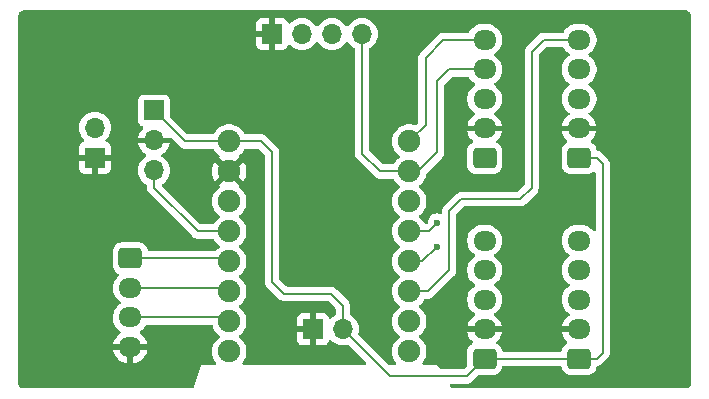
<source format=gtl>
%TF.GenerationSoftware,KiCad,Pcbnew,8.0.9-8.0.9-0~ubuntu22.04.1*%
%TF.CreationDate,2025-04-09T02:20:17+02:00*%
%TF.ProjectId,00pcb,30307063-622e-46b6-9963-61645f706362,rev?*%
%TF.SameCoordinates,Original*%
%TF.FileFunction,Copper,L1,Top*%
%TF.FilePolarity,Positive*%
%FSLAX46Y46*%
G04 Gerber Fmt 4.6, Leading zero omitted, Abs format (unit mm)*
G04 Created by KiCad (PCBNEW 8.0.9-8.0.9-0~ubuntu22.04.1) date 2025-04-09 02:20:17*
%MOMM*%
%LPD*%
G01*
G04 APERTURE LIST*
G04 Aperture macros list*
%AMRoundRect*
0 Rectangle with rounded corners*
0 $1 Rounding radius*
0 $2 $3 $4 $5 $6 $7 $8 $9 X,Y pos of 4 corners*
0 Add a 4 corners polygon primitive as box body*
4,1,4,$2,$3,$4,$5,$6,$7,$8,$9,$2,$3,0*
0 Add four circle primitives for the rounded corners*
1,1,$1+$1,$2,$3*
1,1,$1+$1,$4,$5*
1,1,$1+$1,$6,$7*
1,1,$1+$1,$8,$9*
0 Add four rect primitives between the rounded corners*
20,1,$1+$1,$2,$3,$4,$5,0*
20,1,$1+$1,$4,$5,$6,$7,0*
20,1,$1+$1,$6,$7,$8,$9,0*
20,1,$1+$1,$8,$9,$2,$3,0*%
G04 Aperture macros list end*
%TA.AperFunction,ComponentPad*%
%ADD10RoundRect,0.250000X-0.725000X0.600000X-0.725000X-0.600000X0.725000X-0.600000X0.725000X0.600000X0*%
%TD*%
%TA.AperFunction,ComponentPad*%
%ADD11O,1.950000X1.700000*%
%TD*%
%TA.AperFunction,ComponentPad*%
%ADD12RoundRect,0.250000X0.725000X-0.600000X0.725000X0.600000X-0.725000X0.600000X-0.725000X-0.600000X0*%
%TD*%
%TA.AperFunction,ComponentPad*%
%ADD13R,1.700000X1.700000*%
%TD*%
%TA.AperFunction,ComponentPad*%
%ADD14O,1.700000X1.700000*%
%TD*%
%TA.AperFunction,ComponentPad*%
%ADD15C,1.905000*%
%TD*%
%TA.AperFunction,ViaPad*%
%ADD16C,5.000000*%
%TD*%
%TA.AperFunction,ViaPad*%
%ADD17C,0.600000*%
%TD*%
%TA.AperFunction,Conductor*%
%ADD18C,0.200000*%
%TD*%
%ADD19C,0.350000*%
%ADD20C,0.300000*%
G04 APERTURE END LIST*
D10*
%TO.P,J7,1,Pin_1*%
%TO.N,dir*%
X115000000Y-99000000D03*
D11*
%TO.P,J7,2,Pin_2*%
%TO.N,stp*%
X115000000Y-101500000D03*
%TO.P,J7,3,Pin_3*%
%TO.N,en*%
X115000000Y-104000000D03*
%TO.P,J7,4,Pin_4*%
%TO.N,GND*%
X115000000Y-106500000D03*
%TD*%
D12*
%TO.P,J5,1,Pin_1*%
%TO.N,VCC*%
X153000000Y-90500000D03*
D11*
%TO.P,J5,2,Pin_2*%
%TO.N,GND*%
X153000000Y-88000000D03*
%TO.P,J5,3,Pin_3*%
%TO.N,scl*%
X153000000Y-85500000D03*
%TO.P,J5,4,Pin_4*%
%TO.N,sda*%
X153000000Y-83000000D03*
%TO.P,J5,5,Pin_5*%
%TO.N,xshut3*%
X153000000Y-80500000D03*
%TD*%
%TO.P,J4,5,Pin_5*%
%TO.N,xshut2*%
X145000000Y-97500000D03*
%TO.P,J4,4,Pin_4*%
%TO.N,sda*%
X145000000Y-100000000D03*
%TO.P,J4,3,Pin_3*%
%TO.N,scl*%
X145000000Y-102500000D03*
%TO.P,J4,2,Pin_2*%
%TO.N,GND*%
X145000000Y-105000000D03*
D12*
%TO.P,J4,1,Pin_1*%
%TO.N,VCC*%
X145000000Y-107500000D03*
%TD*%
D13*
%TO.P,J1,1,Pin_1*%
%TO.N,GND*%
X112000000Y-90475000D03*
D14*
%TO.P,J1,2,Pin_2*%
%TO.N,boot_btn*%
X112000000Y-87935000D03*
%TD*%
D13*
%TO.P,J6,1,Pin_1*%
%TO.N,GND*%
X127000000Y-80000000D03*
D14*
%TO.P,J6,2,Pin_2*%
%TO.N,3.3*%
X129540000Y-80000000D03*
%TO.P,J6,3,Pin_3*%
%TO.N,scl*%
X132080000Y-80000000D03*
%TO.P,J6,4,Pin_4*%
%TO.N,sda*%
X134620000Y-80000000D03*
%TD*%
D13*
%TO.P,J9,1,Pin_1*%
%TO.N,GND*%
X130460000Y-105000000D03*
D14*
%TO.P,J9,2,Pin_2*%
%TO.N,VCC*%
X133000000Y-105000000D03*
%TD*%
D11*
%TO.P,J8,5,Pin_5*%
%TO.N,xshut4*%
X145000000Y-80500000D03*
%TO.P,J8,4,Pin_4*%
%TO.N,sda*%
X145000000Y-83000000D03*
%TO.P,J8,3,Pin_3*%
%TO.N,scl*%
X145000000Y-85500000D03*
%TO.P,J8,2,Pin_2*%
%TO.N,GND*%
X145000000Y-88000000D03*
D12*
%TO.P,J8,1,Pin_1*%
%TO.N,VCC*%
X145000000Y-90500000D03*
%TD*%
D13*
%TO.P,J2,1,Pin_1*%
%TO.N,VCC*%
X117000000Y-86475000D03*
D14*
%TO.P,J2,2,Pin_2*%
%TO.N,GND*%
X117000000Y-89015000D03*
%TO.P,J2,3,Pin_3*%
%TO.N,end_s*%
X117000000Y-91555000D03*
%TD*%
D12*
%TO.P,J3,1,Pin_1*%
%TO.N,VCC*%
X153000000Y-107500000D03*
D11*
%TO.P,J3,2,Pin_2*%
%TO.N,GND*%
X153000000Y-105000000D03*
%TO.P,J3,3,Pin_3*%
%TO.N,scl*%
X153000000Y-102500000D03*
%TO.P,J3,4,Pin_4*%
%TO.N,sda*%
X153000000Y-100000000D03*
%TO.P,J3,5,Pin_5*%
%TO.N,xshut1*%
X153000000Y-97500000D03*
%TD*%
D15*
%TO.P,U1,0,GPIO0*%
%TO.N,boot_btn*%
X123380000Y-106880000D03*
%TO.P,U1,1,GPIO1*%
%TO.N,en*%
X123380000Y-104340000D03*
%TO.P,U1,2,GPIO2*%
%TO.N,stp*%
X123380000Y-101800000D03*
%TO.P,U1,3,GPIO3*%
%TO.N,dir*%
X123380000Y-99260000D03*
%TO.P,U1,3.3,3V3*%
%TO.N,3.3*%
X123380000Y-94180000D03*
%TO.P,U1,4,GPIO4*%
%TO.N,end_s*%
X123380000Y-96720000D03*
%TO.P,U1,5,GPIO5*%
%TO.N,xshut4*%
X138620000Y-89100000D03*
%TO.P,U1,5V,5V*%
%TO.N,VCC*%
X123380000Y-89100000D03*
%TO.P,U1,6,GPIO6*%
%TO.N,sda*%
X138620000Y-91640000D03*
%TO.P,U1,7,GPIO7*%
%TO.N,scl*%
X138620000Y-94180000D03*
%TO.P,U1,8,GPIO8*%
%TO.N,xshut1*%
X138620000Y-96720000D03*
%TO.P,U1,9,GPIO9*%
%TO.N,xshut2*%
X138620000Y-99260000D03*
%TO.P,U1,10,GPIO10*%
%TO.N,xshut3*%
X138620000Y-101800000D03*
%TO.P,U1,20,GPIO20*%
%TO.N,unconnected-(U1-GPIO20-Pad20)*%
X138620000Y-104340000D03*
%TO.P,U1,21,GPIO21*%
%TO.N,unconnected-(U1-GPIO21-Pad21)*%
X138620000Y-106880000D03*
%TO.P,U1,G,GND*%
%TO.N,GND*%
X123380000Y-91640000D03*
%TD*%
D16*
%TO.N,GND*%
X108000000Y-81000000D03*
X108000000Y-107000000D03*
X160000000Y-107000000D03*
X160000000Y-81000000D03*
D17*
%TO.N,xshut2*%
X141000000Y-98000000D03*
%TO.N,xshut1*%
X141002843Y-95997157D03*
%TD*%
D18*
%TO.N,VCC*%
X133000000Y-105000000D02*
X133000000Y-103000000D01*
X133000000Y-103000000D02*
X132000000Y-102000000D01*
X126100000Y-89100000D02*
X123380000Y-89100000D01*
X132000000Y-102000000D02*
X128000000Y-102000000D01*
X128000000Y-102000000D02*
X127000000Y-101000000D01*
X127000000Y-101000000D02*
X127000000Y-90000000D01*
X127000000Y-90000000D02*
X126100000Y-89100000D01*
X145000000Y-107500000D02*
X143500000Y-109000000D01*
X143500000Y-109000000D02*
X137000000Y-109000000D01*
X137000000Y-109000000D02*
X133000000Y-105000000D01*
%TO.N,sda*%
X134620000Y-80000000D02*
X134620000Y-90120000D01*
X134620000Y-90120000D02*
X136140000Y-91640000D01*
X136140000Y-91640000D02*
X138620000Y-91640000D01*
%TO.N,VCC*%
X117000000Y-86475000D02*
X119625000Y-89100000D01*
X119625000Y-89100000D02*
X123380000Y-89100000D01*
%TO.N,end_s*%
X117000000Y-91555000D02*
X117000000Y-93000000D01*
X117000000Y-93000000D02*
X120720000Y-96720000D01*
X120720000Y-96720000D02*
X123380000Y-96720000D01*
%TO.N,dir*%
X115000000Y-99000000D02*
X123120000Y-99000000D01*
X123120000Y-99000000D02*
X123380000Y-99260000D01*
%TO.N,stp*%
X115000000Y-101500000D02*
X123080000Y-101500000D01*
X123080000Y-101500000D02*
X123380000Y-101800000D01*
%TO.N,en*%
X115000000Y-104000000D02*
X123040000Y-104000000D01*
X123040000Y-104000000D02*
X123380000Y-104340000D01*
%TO.N,xshut3*%
X153000000Y-80500000D02*
X150000000Y-80500000D01*
X150000000Y-80500000D02*
X149000000Y-81500000D01*
X149000000Y-81500000D02*
X149000000Y-93000000D01*
X149000000Y-93000000D02*
X148000000Y-94000000D01*
X142000000Y-95000000D02*
X142000000Y-100000000D01*
X148000000Y-94000000D02*
X143000000Y-94000000D01*
X142000000Y-100000000D02*
X140200000Y-101800000D01*
X143000000Y-94000000D02*
X142000000Y-95000000D01*
X140200000Y-101800000D02*
X138620000Y-101800000D01*
%TO.N,sda*%
X145000000Y-83000000D02*
X142000000Y-83000000D01*
X142000000Y-83000000D02*
X141000000Y-84000000D01*
X141000000Y-84000000D02*
X141000000Y-90000000D01*
X141000000Y-90000000D02*
X139360000Y-91640000D01*
X139360000Y-91640000D02*
X138620000Y-91640000D01*
%TO.N,xshut4*%
X145000000Y-80500000D02*
X141500000Y-80500000D01*
X140000000Y-87720000D02*
X138620000Y-89100000D01*
X141500000Y-80500000D02*
X140000000Y-82000000D01*
X140000000Y-82000000D02*
X140000000Y-87720000D01*
%TO.N,xshut2*%
X138620000Y-99260000D02*
X139740000Y-99260000D01*
X139740000Y-99260000D02*
X141000000Y-98000000D01*
X145000000Y-97500000D02*
X144500000Y-98000000D01*
%TO.N,xshut1*%
X141002843Y-95997157D02*
X140280000Y-96720000D01*
X140280000Y-96720000D02*
X138620000Y-96720000D01*
%TO.N,VCC*%
X145000000Y-107500000D02*
X153000000Y-107500000D01*
X153000000Y-90500000D02*
X154500000Y-90500000D01*
X154500000Y-90500000D02*
X155000000Y-91000000D01*
X155000000Y-91000000D02*
X155000000Y-107000000D01*
X155000000Y-107000000D02*
X154500000Y-107500000D01*
X154500000Y-107500000D02*
X153000000Y-107500000D01*
%TD*%
%TA.AperFunction,Conductor*%
%TO.N,GND*%
G36*
X162006922Y-78001280D02*
G01*
X162097266Y-78011459D01*
X162124331Y-78017636D01*
X162203540Y-78045352D01*
X162228553Y-78057398D01*
X162299606Y-78102043D01*
X162321313Y-78119355D01*
X162380644Y-78178686D01*
X162397957Y-78200395D01*
X162442600Y-78271444D01*
X162454648Y-78296462D01*
X162482362Y-78375666D01*
X162488540Y-78402735D01*
X162498720Y-78493076D01*
X162499500Y-78506961D01*
X162499500Y-109493038D01*
X162498720Y-109506923D01*
X162488540Y-109597264D01*
X162482362Y-109624333D01*
X162454648Y-109703537D01*
X162442600Y-109728555D01*
X162397957Y-109799604D01*
X162380644Y-109821313D01*
X162321313Y-109880644D01*
X162299604Y-109897957D01*
X162228555Y-109942600D01*
X162203537Y-109954648D01*
X162124333Y-109982362D01*
X162097264Y-109988540D01*
X162017075Y-109997576D01*
X162006921Y-109998720D01*
X161993038Y-109999500D01*
X142269907Y-109999500D01*
X142202868Y-109979815D01*
X142163578Y-109939297D01*
X142072978Y-109788297D01*
X142055366Y-109720684D01*
X142077104Y-109654282D01*
X142131291Y-109610174D01*
X142179307Y-109600500D01*
X143413331Y-109600500D01*
X143413347Y-109600501D01*
X143420943Y-109600501D01*
X143579054Y-109600501D01*
X143579057Y-109600501D01*
X143731785Y-109559577D01*
X143781904Y-109530639D01*
X143868716Y-109480520D01*
X143980520Y-109368716D01*
X143980520Y-109368714D01*
X143990728Y-109358507D01*
X143990730Y-109358504D01*
X144462416Y-108886818D01*
X144523739Y-108853333D01*
X144550097Y-108850499D01*
X145775002Y-108850499D01*
X145775008Y-108850499D01*
X145877797Y-108839999D01*
X146044334Y-108784814D01*
X146193656Y-108692712D01*
X146317712Y-108568656D01*
X146409814Y-108419334D01*
X146464999Y-108252797D01*
X146469177Y-108211896D01*
X146495573Y-108147207D01*
X146552753Y-108107055D01*
X146592535Y-108100500D01*
X151407465Y-108100500D01*
X151474504Y-108120185D01*
X151520259Y-108172989D01*
X151530823Y-108211898D01*
X151535001Y-108252797D01*
X151535001Y-108252799D01*
X151583614Y-108399500D01*
X151590186Y-108419334D01*
X151682288Y-108568656D01*
X151806344Y-108692712D01*
X151955666Y-108784814D01*
X152122203Y-108839999D01*
X152224991Y-108850500D01*
X153775008Y-108850499D01*
X153877797Y-108839999D01*
X154044334Y-108784814D01*
X154193656Y-108692712D01*
X154317712Y-108568656D01*
X154409814Y-108419334D01*
X154464999Y-108252797D01*
X154469250Y-108211183D01*
X154495646Y-108146492D01*
X154552826Y-108106341D01*
X154576430Y-108100846D01*
X154579049Y-108100501D01*
X154579057Y-108100501D01*
X154731785Y-108059577D01*
X154808128Y-108015500D01*
X154868716Y-107980520D01*
X154980520Y-107868716D01*
X154980521Y-107868714D01*
X155480520Y-107368716D01*
X155559577Y-107231784D01*
X155600501Y-107079057D01*
X155600501Y-106999998D01*
X157994390Y-106999998D01*
X157994390Y-107000001D01*
X158014804Y-107285433D01*
X158075628Y-107565037D01*
X158075630Y-107565043D01*
X158075631Y-107565046D01*
X158128485Y-107706753D01*
X158175635Y-107833166D01*
X158312770Y-108084309D01*
X158312775Y-108084317D01*
X158484254Y-108313387D01*
X158484270Y-108313405D01*
X158686594Y-108515729D01*
X158686612Y-108515745D01*
X158915682Y-108687224D01*
X158915690Y-108687229D01*
X159166833Y-108824364D01*
X159166832Y-108824364D01*
X159166836Y-108824365D01*
X159166839Y-108824367D01*
X159434954Y-108924369D01*
X159434960Y-108924370D01*
X159434962Y-108924371D01*
X159714566Y-108985195D01*
X159714568Y-108985195D01*
X159714572Y-108985196D01*
X159968220Y-109003337D01*
X159999999Y-109005610D01*
X160000000Y-109005610D01*
X160000001Y-109005610D01*
X160028595Y-109003564D01*
X160285428Y-108985196D01*
X160565046Y-108924369D01*
X160833161Y-108824367D01*
X161084315Y-108687226D01*
X161313395Y-108515739D01*
X161515739Y-108313395D01*
X161687226Y-108084315D01*
X161824367Y-107833161D01*
X161924369Y-107565046D01*
X161985196Y-107285428D01*
X162005610Y-107000000D01*
X161985196Y-106714572D01*
X161952122Y-106562535D01*
X161924371Y-106434962D01*
X161924370Y-106434960D01*
X161924369Y-106434954D01*
X161824367Y-106166839D01*
X161783552Y-106092093D01*
X161687229Y-105915690D01*
X161687224Y-105915682D01*
X161515745Y-105686612D01*
X161515729Y-105686594D01*
X161313405Y-105484270D01*
X161313387Y-105484254D01*
X161084317Y-105312775D01*
X161084309Y-105312770D01*
X160833166Y-105175635D01*
X160833167Y-105175635D01*
X160700090Y-105126000D01*
X160565046Y-105075631D01*
X160565043Y-105075630D01*
X160565037Y-105075628D01*
X160285433Y-105014804D01*
X160000001Y-104994390D01*
X159999999Y-104994390D01*
X159714566Y-105014804D01*
X159434962Y-105075628D01*
X159166833Y-105175635D01*
X158915690Y-105312770D01*
X158915682Y-105312775D01*
X158686612Y-105484254D01*
X158686594Y-105484270D01*
X158484270Y-105686594D01*
X158484254Y-105686612D01*
X158312775Y-105915682D01*
X158312770Y-105915690D01*
X158175635Y-106166833D01*
X158075628Y-106434962D01*
X158014804Y-106714566D01*
X157994390Y-106999998D01*
X155600501Y-106999998D01*
X155600501Y-106920942D01*
X155600501Y-106913347D01*
X155600500Y-106913329D01*
X155600500Y-91089060D01*
X155600501Y-91089047D01*
X155600501Y-90920944D01*
X155588772Y-90877171D01*
X155559577Y-90768216D01*
X155545879Y-90744490D01*
X155480524Y-90631290D01*
X155480518Y-90631282D01*
X154868717Y-90019481D01*
X154868716Y-90019480D01*
X154776277Y-89966111D01*
X154776276Y-89966110D01*
X154731783Y-89940422D01*
X154675881Y-89925443D01*
X154579057Y-89899499D01*
X154579054Y-89899499D01*
X154576419Y-89899152D01*
X154574360Y-89898241D01*
X154571206Y-89897396D01*
X154571337Y-89896904D01*
X154512523Y-89870884D01*
X154474053Y-89812559D01*
X154469250Y-89788818D01*
X154464999Y-89747203D01*
X154409814Y-89580666D01*
X154317712Y-89431344D01*
X154193656Y-89307288D01*
X154044334Y-89215186D01*
X154044332Y-89215185D01*
X154038440Y-89211551D01*
X153991716Y-89159603D01*
X153980493Y-89090641D01*
X154008337Y-89026558D01*
X154015856Y-89018330D01*
X154154728Y-88879458D01*
X154279620Y-88707557D01*
X154376095Y-88518217D01*
X154441757Y-88316129D01*
X154441757Y-88316126D01*
X154452231Y-88250000D01*
X153404146Y-88250000D01*
X153442630Y-88183343D01*
X153475000Y-88062535D01*
X153475000Y-87937465D01*
X153442630Y-87816657D01*
X153404146Y-87750000D01*
X154452231Y-87750000D01*
X154441757Y-87683873D01*
X154441757Y-87683870D01*
X154376095Y-87481782D01*
X154279620Y-87292442D01*
X154154727Y-87120540D01*
X154154723Y-87120535D01*
X154004464Y-86970276D01*
X154004459Y-86970272D01*
X153839781Y-86850627D01*
X153797115Y-86795297D01*
X153791136Y-86725684D01*
X153823741Y-86663889D01*
X153839776Y-86649994D01*
X154004792Y-86530104D01*
X154155104Y-86379792D01*
X154155106Y-86379788D01*
X154155109Y-86379786D01*
X154280048Y-86207820D01*
X154280047Y-86207820D01*
X154280051Y-86207816D01*
X154376557Y-86018412D01*
X154442246Y-85816243D01*
X154475500Y-85606287D01*
X154475500Y-85393713D01*
X154442246Y-85183757D01*
X154376557Y-84981588D01*
X154280051Y-84792184D01*
X154280049Y-84792181D01*
X154280048Y-84792179D01*
X154155109Y-84620213D01*
X154004792Y-84469896D01*
X154004784Y-84469890D01*
X153840204Y-84350316D01*
X153797540Y-84294989D01*
X153791561Y-84225376D01*
X153824166Y-84163580D01*
X153840199Y-84149686D01*
X154004792Y-84030104D01*
X154155104Y-83879792D01*
X154155106Y-83879788D01*
X154155109Y-83879786D01*
X154280048Y-83707820D01*
X154280047Y-83707820D01*
X154280051Y-83707816D01*
X154376557Y-83518412D01*
X154442246Y-83316243D01*
X154475500Y-83106287D01*
X154475500Y-82893713D01*
X154442246Y-82683757D01*
X154376557Y-82481588D01*
X154280051Y-82292184D01*
X154280049Y-82292181D01*
X154280048Y-82292179D01*
X154155109Y-82120213D01*
X154004792Y-81969896D01*
X153937416Y-81920945D01*
X153840204Y-81850316D01*
X153797540Y-81794989D01*
X153791561Y-81725376D01*
X153824166Y-81663580D01*
X153840199Y-81649686D01*
X154004792Y-81530104D01*
X154155104Y-81379792D01*
X154155106Y-81379788D01*
X154155109Y-81379786D01*
X154280048Y-81207820D01*
X154280047Y-81207820D01*
X154280051Y-81207816D01*
X154376557Y-81018412D01*
X154382540Y-80999998D01*
X157994390Y-80999998D01*
X157994390Y-81000001D01*
X158014804Y-81285433D01*
X158075628Y-81565037D01*
X158075630Y-81565043D01*
X158075631Y-81565046D01*
X158153800Y-81774625D01*
X158175635Y-81833166D01*
X158312770Y-82084309D01*
X158312775Y-82084317D01*
X158484254Y-82313387D01*
X158484270Y-82313405D01*
X158686594Y-82515729D01*
X158686612Y-82515745D01*
X158915682Y-82687224D01*
X158915690Y-82687229D01*
X159166833Y-82824364D01*
X159166832Y-82824364D01*
X159166836Y-82824365D01*
X159166839Y-82824367D01*
X159434954Y-82924369D01*
X159434960Y-82924370D01*
X159434962Y-82924371D01*
X159714566Y-82985195D01*
X159714568Y-82985195D01*
X159714572Y-82985196D01*
X159968220Y-83003337D01*
X159999999Y-83005610D01*
X160000000Y-83005610D01*
X160000001Y-83005610D01*
X160028595Y-83003564D01*
X160285428Y-82985196D01*
X160565046Y-82924369D01*
X160833161Y-82824367D01*
X161084315Y-82687226D01*
X161313395Y-82515739D01*
X161515739Y-82313395D01*
X161687226Y-82084315D01*
X161824367Y-81833161D01*
X161924369Y-81565046D01*
X161971149Y-81350000D01*
X161985195Y-81285433D01*
X161985195Y-81285432D01*
X161985196Y-81285428D01*
X162005610Y-81000000D01*
X161985196Y-80714572D01*
X161977203Y-80677830D01*
X161924371Y-80434962D01*
X161924370Y-80434960D01*
X161924369Y-80434954D01*
X161824367Y-80166839D01*
X161804952Y-80131284D01*
X161687229Y-79915690D01*
X161687224Y-79915682D01*
X161515745Y-79686612D01*
X161515729Y-79686594D01*
X161313405Y-79484270D01*
X161313387Y-79484254D01*
X161084317Y-79312775D01*
X161084309Y-79312770D01*
X160833166Y-79175635D01*
X160833167Y-79175635D01*
X160707053Y-79128597D01*
X160565046Y-79075631D01*
X160565043Y-79075630D01*
X160565037Y-79075628D01*
X160285433Y-79014804D01*
X160000001Y-78994390D01*
X159999999Y-78994390D01*
X159714566Y-79014804D01*
X159434962Y-79075628D01*
X159166833Y-79175635D01*
X158915690Y-79312770D01*
X158915682Y-79312775D01*
X158686612Y-79484254D01*
X158686594Y-79484270D01*
X158484270Y-79686594D01*
X158484254Y-79686612D01*
X158312775Y-79915682D01*
X158312770Y-79915690D01*
X158175635Y-80166833D01*
X158075628Y-80434962D01*
X158014804Y-80714566D01*
X157994390Y-80999998D01*
X154382540Y-80999998D01*
X154442246Y-80816243D01*
X154475500Y-80606287D01*
X154475500Y-80393713D01*
X154442246Y-80183757D01*
X154376557Y-79981588D01*
X154280051Y-79792184D01*
X154280049Y-79792181D01*
X154280048Y-79792179D01*
X154155109Y-79620213D01*
X154004786Y-79469890D01*
X153832820Y-79344951D01*
X153643414Y-79248444D01*
X153643413Y-79248443D01*
X153643412Y-79248443D01*
X153441243Y-79182754D01*
X153441241Y-79182753D01*
X153441240Y-79182753D01*
X153279957Y-79157208D01*
X153231287Y-79149500D01*
X152768713Y-79149500D01*
X152720042Y-79157208D01*
X152558760Y-79182753D01*
X152356585Y-79248444D01*
X152167179Y-79344951D01*
X151995213Y-79469890D01*
X151844890Y-79620213D01*
X151719948Y-79792184D01*
X151719947Y-79792185D01*
X151699765Y-79831795D01*
X151651791Y-79882591D01*
X151589281Y-79899500D01*
X150086670Y-79899500D01*
X150086654Y-79899499D01*
X150079058Y-79899499D01*
X149920943Y-79899499D01*
X149860519Y-79915690D01*
X149768214Y-79940423D01*
X149768209Y-79940426D01*
X149631290Y-80019475D01*
X149631282Y-80019481D01*
X148519479Y-81131284D01*
X148516284Y-81136819D01*
X148494798Y-81174035D01*
X148440423Y-81268215D01*
X148399499Y-81420943D01*
X148399499Y-81420945D01*
X148399499Y-81589046D01*
X148399500Y-81589059D01*
X148399500Y-92699902D01*
X148379815Y-92766941D01*
X148363181Y-92787583D01*
X147787584Y-93363181D01*
X147726261Y-93396666D01*
X147699903Y-93399500D01*
X143086670Y-93399500D01*
X143086654Y-93399499D01*
X143079058Y-93399499D01*
X142920943Y-93399499D01*
X142844579Y-93419961D01*
X142768214Y-93440423D01*
X142768209Y-93440426D01*
X142631290Y-93519475D01*
X142631282Y-93519481D01*
X141970770Y-94179994D01*
X141631286Y-94519478D01*
X141631284Y-94519480D01*
X141591188Y-94559576D01*
X141519481Y-94631282D01*
X141516060Y-94637207D01*
X141506709Y-94653405D01*
X141440423Y-94768215D01*
X141399499Y-94920943D01*
X141399499Y-94920945D01*
X141399499Y-95089046D01*
X141399500Y-95089059D01*
X141399500Y-95113099D01*
X141379815Y-95180138D01*
X141327011Y-95225893D01*
X141257853Y-95235837D01*
X141234545Y-95230141D01*
X141182097Y-95211788D01*
X141182092Y-95211787D01*
X141002847Y-95191592D01*
X141002839Y-95191592D01*
X140823593Y-95211787D01*
X140823588Y-95211788D01*
X140653319Y-95271368D01*
X140500580Y-95367341D01*
X140373027Y-95494894D01*
X140277053Y-95647635D01*
X140217473Y-95817907D01*
X140207680Y-95904825D01*
X140180613Y-95969239D01*
X140172141Y-95978622D01*
X140097948Y-96052815D01*
X140036625Y-96086300D01*
X139966933Y-96081316D01*
X139911000Y-96039444D01*
X139905154Y-96030310D01*
X139905060Y-96030372D01*
X139865120Y-95969239D01*
X139770551Y-95824490D01*
X139607463Y-95647329D01*
X139479656Y-95547853D01*
X139438843Y-95491143D01*
X139435168Y-95421370D01*
X139469800Y-95360687D01*
X139479656Y-95352147D01*
X139545390Y-95300984D01*
X139607463Y-95252671D01*
X139770551Y-95075510D01*
X139902255Y-94873922D01*
X139998983Y-94653405D01*
X140058095Y-94419976D01*
X140077980Y-94180000D01*
X140058095Y-93940024D01*
X139998983Y-93706595D01*
X139902255Y-93486078D01*
X139770551Y-93284490D01*
X139607463Y-93107329D01*
X139479656Y-93007853D01*
X139438843Y-92951143D01*
X139435168Y-92881370D01*
X139469800Y-92820687D01*
X139479656Y-92812147D01*
X139500072Y-92796255D01*
X139607463Y-92712671D01*
X139770551Y-92535510D01*
X139902255Y-92333922D01*
X139998983Y-92113405D01*
X140058095Y-91879976D01*
X140062367Y-91828410D01*
X140087521Y-91763227D01*
X140098255Y-91750978D01*
X141358506Y-90490728D01*
X141358511Y-90490724D01*
X141368714Y-90480520D01*
X141368716Y-90480520D01*
X141480520Y-90368716D01*
X141557432Y-90235500D01*
X141559577Y-90231785D01*
X141600500Y-90079058D01*
X141600500Y-89920943D01*
X141600500Y-89920942D01*
X141600500Y-84300097D01*
X141620185Y-84233058D01*
X141636819Y-84212416D01*
X142212417Y-83636819D01*
X142273740Y-83603334D01*
X142300098Y-83600500D01*
X143589281Y-83600500D01*
X143656320Y-83620185D01*
X143699765Y-83668205D01*
X143719947Y-83707814D01*
X143719948Y-83707815D01*
X143844890Y-83879786D01*
X143995209Y-84030105D01*
X143995214Y-84030109D01*
X144159793Y-84149682D01*
X144202459Y-84205011D01*
X144208438Y-84274625D01*
X144175833Y-84336420D01*
X144159793Y-84350318D01*
X143995214Y-84469890D01*
X143995209Y-84469894D01*
X143844890Y-84620213D01*
X143719951Y-84792179D01*
X143623444Y-84981585D01*
X143557753Y-85183760D01*
X143524500Y-85393713D01*
X143524500Y-85606286D01*
X143557753Y-85816239D01*
X143623444Y-86018414D01*
X143719951Y-86207820D01*
X143844890Y-86379786D01*
X143995209Y-86530105D01*
X143995214Y-86530109D01*
X144160218Y-86649991D01*
X144202884Y-86705320D01*
X144208863Y-86774934D01*
X144176258Y-86836729D01*
X144160218Y-86850627D01*
X143995540Y-86970272D01*
X143995535Y-86970276D01*
X143845276Y-87120535D01*
X143845272Y-87120540D01*
X143720379Y-87292442D01*
X143623904Y-87481782D01*
X143558242Y-87683870D01*
X143558242Y-87683873D01*
X143547769Y-87750000D01*
X144595854Y-87750000D01*
X144557370Y-87816657D01*
X144525000Y-87937465D01*
X144525000Y-88062535D01*
X144557370Y-88183343D01*
X144595854Y-88250000D01*
X143547769Y-88250000D01*
X143558242Y-88316126D01*
X143558242Y-88316129D01*
X143623904Y-88518217D01*
X143720379Y-88707557D01*
X143845272Y-88879459D01*
X143845276Y-88879464D01*
X143984143Y-89018331D01*
X144017628Y-89079654D01*
X144012644Y-89149346D01*
X143970772Y-89205279D01*
X143961559Y-89211551D01*
X143806342Y-89307289D01*
X143682289Y-89431342D01*
X143590187Y-89580663D01*
X143590186Y-89580666D01*
X143535001Y-89747203D01*
X143535001Y-89747204D01*
X143535000Y-89747204D01*
X143524500Y-89849983D01*
X143524500Y-91150001D01*
X143524501Y-91150018D01*
X143535000Y-91252796D01*
X143535001Y-91252799D01*
X143590185Y-91419331D01*
X143590187Y-91419336D01*
X143612047Y-91454777D01*
X143682288Y-91568656D01*
X143806344Y-91692712D01*
X143955666Y-91784814D01*
X144122203Y-91839999D01*
X144224991Y-91850500D01*
X145775008Y-91850499D01*
X145877797Y-91839999D01*
X146044334Y-91784814D01*
X146193656Y-91692712D01*
X146317712Y-91568656D01*
X146409814Y-91419334D01*
X146464999Y-91252797D01*
X146475500Y-91150009D01*
X146475499Y-89849992D01*
X146464999Y-89747203D01*
X146409814Y-89580666D01*
X146317712Y-89431344D01*
X146193656Y-89307288D01*
X146044334Y-89215186D01*
X146044332Y-89215185D01*
X146038440Y-89211551D01*
X145991716Y-89159603D01*
X145980493Y-89090641D01*
X146008337Y-89026558D01*
X146015856Y-89018330D01*
X146154728Y-88879458D01*
X146279620Y-88707557D01*
X146376095Y-88518217D01*
X146441757Y-88316129D01*
X146441757Y-88316126D01*
X146452231Y-88250000D01*
X145404146Y-88250000D01*
X145442630Y-88183343D01*
X145475000Y-88062535D01*
X145475000Y-87937465D01*
X145442630Y-87816657D01*
X145404146Y-87750000D01*
X146452231Y-87750000D01*
X146441757Y-87683873D01*
X146441757Y-87683870D01*
X146376095Y-87481782D01*
X146279620Y-87292442D01*
X146154727Y-87120540D01*
X146154723Y-87120535D01*
X146004464Y-86970276D01*
X146004459Y-86970272D01*
X145839781Y-86850627D01*
X145797115Y-86795297D01*
X145791136Y-86725684D01*
X145823741Y-86663889D01*
X145839776Y-86649994D01*
X146004792Y-86530104D01*
X146155104Y-86379792D01*
X146155106Y-86379788D01*
X146155109Y-86379786D01*
X146280048Y-86207820D01*
X146280047Y-86207820D01*
X146280051Y-86207816D01*
X146376557Y-86018412D01*
X146442246Y-85816243D01*
X146475500Y-85606287D01*
X146475500Y-85393713D01*
X146442246Y-85183757D01*
X146376557Y-84981588D01*
X146280051Y-84792184D01*
X146280049Y-84792181D01*
X146280048Y-84792179D01*
X146155109Y-84620213D01*
X146004792Y-84469896D01*
X146004784Y-84469890D01*
X145840204Y-84350316D01*
X145797540Y-84294989D01*
X145791561Y-84225376D01*
X145824166Y-84163580D01*
X145840199Y-84149686D01*
X146004792Y-84030104D01*
X146155104Y-83879792D01*
X146155106Y-83879788D01*
X146155109Y-83879786D01*
X146280048Y-83707820D01*
X146280047Y-83707820D01*
X146280051Y-83707816D01*
X146376557Y-83518412D01*
X146442246Y-83316243D01*
X146475500Y-83106287D01*
X146475500Y-82893713D01*
X146442246Y-82683757D01*
X146376557Y-82481588D01*
X146280051Y-82292184D01*
X146280049Y-82292181D01*
X146280048Y-82292179D01*
X146155109Y-82120213D01*
X146004792Y-81969896D01*
X145937416Y-81920945D01*
X145840204Y-81850316D01*
X145797540Y-81794989D01*
X145791561Y-81725376D01*
X145824166Y-81663580D01*
X145840199Y-81649686D01*
X146004792Y-81530104D01*
X146155104Y-81379792D01*
X146155106Y-81379788D01*
X146155109Y-81379786D01*
X146280048Y-81207820D01*
X146280047Y-81207820D01*
X146280051Y-81207816D01*
X146376557Y-81018412D01*
X146442246Y-80816243D01*
X146475500Y-80606287D01*
X146475500Y-80393713D01*
X146442246Y-80183757D01*
X146376557Y-79981588D01*
X146280051Y-79792184D01*
X146280049Y-79792181D01*
X146280048Y-79792179D01*
X146155109Y-79620213D01*
X146004786Y-79469890D01*
X145832820Y-79344951D01*
X145643414Y-79248444D01*
X145643413Y-79248443D01*
X145643412Y-79248443D01*
X145441243Y-79182754D01*
X145441241Y-79182753D01*
X145441240Y-79182753D01*
X145279957Y-79157208D01*
X145231287Y-79149500D01*
X144768713Y-79149500D01*
X144720042Y-79157208D01*
X144558760Y-79182753D01*
X144356585Y-79248444D01*
X144167179Y-79344951D01*
X143995213Y-79469890D01*
X143844890Y-79620213D01*
X143719948Y-79792184D01*
X143719947Y-79792185D01*
X143699765Y-79831795D01*
X143651791Y-79882591D01*
X143589281Y-79899500D01*
X141420940Y-79899500D01*
X141380019Y-79910464D01*
X141380019Y-79910465D01*
X141342751Y-79920451D01*
X141268214Y-79940423D01*
X141268209Y-79940426D01*
X141131290Y-80019475D01*
X141131282Y-80019481D01*
X139519481Y-81631282D01*
X139519479Y-81631285D01*
X139508858Y-81649682D01*
X139489764Y-81682754D01*
X139440423Y-81768215D01*
X139399499Y-81920943D01*
X139399499Y-81920945D01*
X139399499Y-82089046D01*
X139399500Y-82089059D01*
X139399500Y-87419901D01*
X139379815Y-87486940D01*
X139363181Y-87507582D01*
X139186161Y-87684601D01*
X139124838Y-87718086D01*
X139058218Y-87714202D01*
X138977913Y-87686633D01*
X138774364Y-87652667D01*
X138740399Y-87647000D01*
X138499601Y-87647000D01*
X138452098Y-87654926D01*
X138262083Y-87686634D01*
X138034343Y-87764818D01*
X138034334Y-87764821D01*
X137822558Y-87879429D01*
X137688456Y-87983805D01*
X137632537Y-88027329D01*
X137632534Y-88027331D01*
X137632534Y-88027332D01*
X137469449Y-88204490D01*
X137337743Y-88406081D01*
X137241017Y-88626594D01*
X137181904Y-88860027D01*
X137162020Y-89099994D01*
X137162020Y-89100005D01*
X137181904Y-89339972D01*
X137241017Y-89573405D01*
X137317252Y-89747204D01*
X137337745Y-89793922D01*
X137469449Y-89995510D01*
X137632537Y-90172671D01*
X137722608Y-90242776D01*
X137760344Y-90272147D01*
X137801157Y-90328857D01*
X137804831Y-90398630D01*
X137770199Y-90459313D01*
X137760344Y-90467853D01*
X137632539Y-90567327D01*
X137632534Y-90567332D01*
X137595479Y-90607585D01*
X137469449Y-90744490D01*
X137382766Y-90877169D01*
X137337742Y-90946083D01*
X137329309Y-90965309D01*
X137284354Y-91018795D01*
X137217618Y-91039486D01*
X137215753Y-91039500D01*
X136440098Y-91039500D01*
X136373059Y-91019815D01*
X136352417Y-91003181D01*
X135256819Y-89907583D01*
X135223334Y-89846260D01*
X135220500Y-89819902D01*
X135220500Y-81289090D01*
X135240185Y-81222051D01*
X135292101Y-81176706D01*
X135297830Y-81174035D01*
X135491401Y-81038495D01*
X135658495Y-80871401D01*
X135794035Y-80677830D01*
X135893903Y-80463663D01*
X135955063Y-80235408D01*
X135975659Y-80000000D01*
X135955063Y-79764592D01*
X135893903Y-79536337D01*
X135794035Y-79322171D01*
X135788425Y-79314158D01*
X135658494Y-79128597D01*
X135491402Y-78961506D01*
X135491395Y-78961501D01*
X135297834Y-78825967D01*
X135297830Y-78825965D01*
X135226727Y-78792809D01*
X135083663Y-78726097D01*
X135083659Y-78726096D01*
X135083655Y-78726094D01*
X134855413Y-78664938D01*
X134855403Y-78664936D01*
X134620001Y-78644341D01*
X134619999Y-78644341D01*
X134384596Y-78664936D01*
X134384586Y-78664938D01*
X134156344Y-78726094D01*
X134156335Y-78726098D01*
X133942171Y-78825964D01*
X133942169Y-78825965D01*
X133748597Y-78961505D01*
X133581505Y-79128597D01*
X133451575Y-79314158D01*
X133396998Y-79357783D01*
X133327500Y-79364977D01*
X133265145Y-79333454D01*
X133248425Y-79314158D01*
X133118494Y-79128597D01*
X132951402Y-78961506D01*
X132951395Y-78961501D01*
X132757834Y-78825967D01*
X132757830Y-78825965D01*
X132686727Y-78792809D01*
X132543663Y-78726097D01*
X132543659Y-78726096D01*
X132543655Y-78726094D01*
X132315413Y-78664938D01*
X132315403Y-78664936D01*
X132080001Y-78644341D01*
X132079999Y-78644341D01*
X131844596Y-78664936D01*
X131844586Y-78664938D01*
X131616344Y-78726094D01*
X131616335Y-78726098D01*
X131402171Y-78825964D01*
X131402169Y-78825965D01*
X131208597Y-78961505D01*
X131041505Y-79128597D01*
X130911575Y-79314158D01*
X130856998Y-79357783D01*
X130787500Y-79364977D01*
X130725145Y-79333454D01*
X130708425Y-79314158D01*
X130578494Y-79128597D01*
X130411402Y-78961506D01*
X130411395Y-78961501D01*
X130217834Y-78825967D01*
X130217830Y-78825965D01*
X130146727Y-78792809D01*
X130003663Y-78726097D01*
X130003659Y-78726096D01*
X130003655Y-78726094D01*
X129775413Y-78664938D01*
X129775403Y-78664936D01*
X129540001Y-78644341D01*
X129539999Y-78644341D01*
X129304596Y-78664936D01*
X129304586Y-78664938D01*
X129076344Y-78726094D01*
X129076335Y-78726098D01*
X128862171Y-78825964D01*
X128862169Y-78825965D01*
X128668600Y-78961503D01*
X128546284Y-79083819D01*
X128484961Y-79117303D01*
X128415269Y-79112319D01*
X128359336Y-79070447D01*
X128342421Y-79039470D01*
X128293354Y-78907913D01*
X128293350Y-78907906D01*
X128207190Y-78792812D01*
X128207187Y-78792809D01*
X128092093Y-78706649D01*
X128092086Y-78706645D01*
X127957379Y-78656403D01*
X127957372Y-78656401D01*
X127897844Y-78650000D01*
X127250000Y-78650000D01*
X127250000Y-79566988D01*
X127192993Y-79534075D01*
X127065826Y-79500000D01*
X126934174Y-79500000D01*
X126807007Y-79534075D01*
X126750000Y-79566988D01*
X126750000Y-78650000D01*
X126102155Y-78650000D01*
X126042627Y-78656401D01*
X126042620Y-78656403D01*
X125907913Y-78706645D01*
X125907906Y-78706649D01*
X125792812Y-78792809D01*
X125792809Y-78792812D01*
X125706649Y-78907906D01*
X125706645Y-78907913D01*
X125656403Y-79042620D01*
X125656401Y-79042627D01*
X125650000Y-79102155D01*
X125650000Y-79750000D01*
X126566988Y-79750000D01*
X126534075Y-79807007D01*
X126500000Y-79934174D01*
X126500000Y-80065826D01*
X126534075Y-80192993D01*
X126566988Y-80250000D01*
X125650000Y-80250000D01*
X125650000Y-80897844D01*
X125656401Y-80957372D01*
X125656403Y-80957379D01*
X125706645Y-81092086D01*
X125706649Y-81092093D01*
X125792809Y-81207187D01*
X125792812Y-81207190D01*
X125907906Y-81293350D01*
X125907913Y-81293354D01*
X126042620Y-81343596D01*
X126042627Y-81343598D01*
X126102155Y-81349999D01*
X126102172Y-81350000D01*
X126750000Y-81350000D01*
X126750000Y-80433012D01*
X126807007Y-80465925D01*
X126934174Y-80500000D01*
X127065826Y-80500000D01*
X127192993Y-80465925D01*
X127250000Y-80433012D01*
X127250000Y-81350000D01*
X127897828Y-81350000D01*
X127897844Y-81349999D01*
X127957372Y-81343598D01*
X127957379Y-81343596D01*
X128092086Y-81293354D01*
X128092093Y-81293350D01*
X128207187Y-81207190D01*
X128207190Y-81207187D01*
X128293350Y-81092093D01*
X128293354Y-81092086D01*
X128342422Y-80960529D01*
X128384293Y-80904595D01*
X128449757Y-80880178D01*
X128518030Y-80895030D01*
X128546285Y-80916181D01*
X128668599Y-81038495D01*
X128745135Y-81092086D01*
X128862165Y-81174032D01*
X128862167Y-81174033D01*
X128862170Y-81174035D01*
X129076337Y-81273903D01*
X129304592Y-81335063D01*
X129475319Y-81350000D01*
X129539999Y-81355659D01*
X129540000Y-81355659D01*
X129540001Y-81355659D01*
X129604681Y-81350000D01*
X129775408Y-81335063D01*
X130003663Y-81273903D01*
X130217830Y-81174035D01*
X130411401Y-81038495D01*
X130578495Y-80871401D01*
X130708425Y-80685842D01*
X130763002Y-80642217D01*
X130832500Y-80635023D01*
X130894855Y-80666546D01*
X130911575Y-80685842D01*
X131041500Y-80871395D01*
X131041505Y-80871401D01*
X131208599Y-81038495D01*
X131285135Y-81092086D01*
X131402165Y-81174032D01*
X131402167Y-81174033D01*
X131402170Y-81174035D01*
X131616337Y-81273903D01*
X131844592Y-81335063D01*
X132015319Y-81350000D01*
X132079999Y-81355659D01*
X132080000Y-81355659D01*
X132080001Y-81355659D01*
X132144681Y-81350000D01*
X132315408Y-81335063D01*
X132543663Y-81273903D01*
X132757830Y-81174035D01*
X132951401Y-81038495D01*
X133118495Y-80871401D01*
X133248425Y-80685842D01*
X133303002Y-80642217D01*
X133372500Y-80635023D01*
X133434855Y-80666546D01*
X133451575Y-80685842D01*
X133581500Y-80871395D01*
X133581505Y-80871401D01*
X133748599Y-81038495D01*
X133825135Y-81092086D01*
X133942165Y-81174032D01*
X133942167Y-81174033D01*
X133942170Y-81174035D01*
X133947898Y-81176706D01*
X134000339Y-81222872D01*
X134019500Y-81289090D01*
X134019500Y-90033330D01*
X134019499Y-90033348D01*
X134019499Y-90199054D01*
X134019498Y-90199054D01*
X134060423Y-90351785D01*
X134087970Y-90399496D01*
X134087971Y-90399500D01*
X134087972Y-90399500D01*
X134122504Y-90459313D01*
X134139479Y-90488714D01*
X134139481Y-90488717D01*
X134258349Y-90607585D01*
X134258354Y-90607589D01*
X135771284Y-92120520D01*
X135771286Y-92120521D01*
X135771290Y-92120524D01*
X135908209Y-92199573D01*
X135908216Y-92199577D01*
X136060943Y-92240501D01*
X136060945Y-92240501D01*
X136226654Y-92240501D01*
X136226670Y-92240500D01*
X137215753Y-92240500D01*
X137282792Y-92260185D01*
X137328547Y-92312989D01*
X137329309Y-92314691D01*
X137337745Y-92333922D01*
X137469449Y-92535510D01*
X137632537Y-92712671D01*
X137716308Y-92777872D01*
X137760344Y-92812147D01*
X137801157Y-92868857D01*
X137804831Y-92938630D01*
X137770199Y-92999313D01*
X137760344Y-93007853D01*
X137632539Y-93107327D01*
X137632534Y-93107332D01*
X137469449Y-93284490D01*
X137337743Y-93486081D01*
X137241017Y-93706594D01*
X137181904Y-93940027D01*
X137162020Y-94179994D01*
X137162020Y-94180005D01*
X137181904Y-94419972D01*
X137241017Y-94653405D01*
X137291376Y-94768213D01*
X137337745Y-94873922D01*
X137469449Y-95075510D01*
X137632537Y-95252671D01*
X137693470Y-95300097D01*
X137760344Y-95352147D01*
X137801157Y-95408857D01*
X137804831Y-95478630D01*
X137770199Y-95539313D01*
X137760344Y-95547853D01*
X137632539Y-95647327D01*
X137632534Y-95647332D01*
X137469449Y-95824490D01*
X137337743Y-96026081D01*
X137241017Y-96246594D01*
X137181904Y-96480027D01*
X137162020Y-96719994D01*
X137162020Y-96720005D01*
X137181904Y-96959972D01*
X137181904Y-96959975D01*
X137181905Y-96959976D01*
X137214506Y-97088716D01*
X137241017Y-97193405D01*
X137318559Y-97370184D01*
X137337745Y-97413922D01*
X137469449Y-97615510D01*
X137632537Y-97792671D01*
X137668607Y-97820745D01*
X137760344Y-97892147D01*
X137801157Y-97948857D01*
X137804831Y-98018630D01*
X137770199Y-98079313D01*
X137760344Y-98087853D01*
X137632539Y-98187327D01*
X137632534Y-98187332D01*
X137469449Y-98364490D01*
X137337743Y-98566081D01*
X137241017Y-98786594D01*
X137181904Y-99020027D01*
X137162020Y-99259994D01*
X137162020Y-99260005D01*
X137181904Y-99499972D01*
X137181904Y-99499975D01*
X137181905Y-99499976D01*
X137241017Y-99733405D01*
X137337745Y-99953922D01*
X137469449Y-100155510D01*
X137632537Y-100332671D01*
X137678839Y-100368709D01*
X137760344Y-100432147D01*
X137801157Y-100488857D01*
X137804831Y-100558630D01*
X137770199Y-100619313D01*
X137760344Y-100627853D01*
X137632539Y-100727327D01*
X137632534Y-100727332D01*
X137469449Y-100904490D01*
X137337743Y-101106081D01*
X137241017Y-101326594D01*
X137181904Y-101560027D01*
X137162020Y-101799994D01*
X137162020Y-101800005D01*
X137181904Y-102039972D01*
X137181904Y-102039975D01*
X137181905Y-102039976D01*
X137214506Y-102168716D01*
X137241017Y-102273405D01*
X137296766Y-102400501D01*
X137337745Y-102493922D01*
X137469449Y-102695510D01*
X137632537Y-102872671D01*
X137722608Y-102942776D01*
X137760344Y-102972147D01*
X137801157Y-103028857D01*
X137804831Y-103098630D01*
X137770199Y-103159313D01*
X137760344Y-103167853D01*
X137632539Y-103267327D01*
X137632534Y-103267332D01*
X137469449Y-103444490D01*
X137337743Y-103646081D01*
X137241017Y-103866594D01*
X137181904Y-104100027D01*
X137162020Y-104339994D01*
X137162020Y-104340005D01*
X137181904Y-104579972D01*
X137241017Y-104813405D01*
X137336070Y-105030105D01*
X137337745Y-105033922D01*
X137469449Y-105235510D01*
X137632537Y-105412671D01*
X137698052Y-105463663D01*
X137760344Y-105512147D01*
X137801157Y-105568857D01*
X137804831Y-105638630D01*
X137770199Y-105699313D01*
X137760344Y-105707853D01*
X137632539Y-105807327D01*
X137632534Y-105807332D01*
X137469449Y-105984490D01*
X137337743Y-106186081D01*
X137241017Y-106406594D01*
X137181904Y-106640027D01*
X137162020Y-106879994D01*
X137162020Y-106880005D01*
X137181904Y-107119972D01*
X137241017Y-107353405D01*
X137333851Y-107565046D01*
X137337745Y-107573922D01*
X137469449Y-107775510D01*
X137481241Y-107788319D01*
X137484645Y-107792017D01*
X137515567Y-107854672D01*
X137507707Y-107924098D01*
X137463560Y-107978253D01*
X137397142Y-107999944D01*
X137393415Y-108000000D01*
X136900597Y-108000000D01*
X136833558Y-107980315D01*
X136812916Y-107963681D01*
X134332766Y-105483531D01*
X134299281Y-105422208D01*
X134300672Y-105363757D01*
X134307914Y-105336729D01*
X134335063Y-105235408D01*
X134355659Y-105000000D01*
X134335063Y-104764592D01*
X134273903Y-104536337D01*
X134174035Y-104322171D01*
X134169885Y-104316243D01*
X134038494Y-104128597D01*
X133871402Y-103961506D01*
X133871395Y-103961501D01*
X133677831Y-103825965D01*
X133677826Y-103825962D01*
X133672091Y-103823288D01*
X133619653Y-103777113D01*
X133600500Y-103710908D01*
X133600500Y-103089060D01*
X133600501Y-103089047D01*
X133600501Y-102920944D01*
X133600501Y-102920943D01*
X133559577Y-102768216D01*
X133491142Y-102649682D01*
X133480524Y-102631290D01*
X133480518Y-102631282D01*
X132487590Y-101638355D01*
X132487588Y-101638352D01*
X132368717Y-101519481D01*
X132368716Y-101519480D01*
X132281904Y-101469360D01*
X132281904Y-101469359D01*
X132281900Y-101469358D01*
X132231785Y-101440423D01*
X132079057Y-101399499D01*
X131920943Y-101399499D01*
X131913347Y-101399499D01*
X131913331Y-101399500D01*
X128300098Y-101399500D01*
X128233059Y-101379815D01*
X128212417Y-101363181D01*
X127636819Y-100787583D01*
X127603334Y-100726260D01*
X127600500Y-100699902D01*
X127600500Y-89920944D01*
X127600499Y-89920938D01*
X127596921Y-89907583D01*
X127594755Y-89899500D01*
X127559577Y-89768215D01*
X127520482Y-89700501D01*
X127480520Y-89631284D01*
X127368716Y-89519480D01*
X127368715Y-89519479D01*
X127364385Y-89515149D01*
X127364374Y-89515139D01*
X126587590Y-88738355D01*
X126587588Y-88738352D01*
X126468717Y-88619481D01*
X126468716Y-88619480D01*
X126381904Y-88569360D01*
X126381904Y-88569359D01*
X126381900Y-88569358D01*
X126331785Y-88540423D01*
X126179057Y-88499499D01*
X126020943Y-88499499D01*
X126013347Y-88499499D01*
X126013331Y-88499500D01*
X124784247Y-88499500D01*
X124717208Y-88479815D01*
X124671453Y-88427011D01*
X124670691Y-88425309D01*
X124662257Y-88406083D01*
X124662256Y-88406081D01*
X124662255Y-88406078D01*
X124530551Y-88204490D01*
X124367463Y-88027329D01*
X124233358Y-87922951D01*
X124177441Y-87879429D01*
X123965665Y-87764821D01*
X123965656Y-87764818D01*
X123737916Y-87686634D01*
X123559777Y-87656908D01*
X123500399Y-87647000D01*
X123259601Y-87647000D01*
X123212098Y-87654926D01*
X123022083Y-87686634D01*
X122794343Y-87764818D01*
X122794334Y-87764821D01*
X122582558Y-87879429D01*
X122448456Y-87983805D01*
X122392537Y-88027329D01*
X122392534Y-88027331D01*
X122392534Y-88027332D01*
X122285202Y-88143926D01*
X122229449Y-88204490D01*
X122102590Y-88398663D01*
X122097742Y-88406083D01*
X122089309Y-88425309D01*
X122044354Y-88478795D01*
X121977618Y-88499486D01*
X121975753Y-88499500D01*
X119925098Y-88499500D01*
X119858059Y-88479815D01*
X119837417Y-88463181D01*
X118386818Y-87012582D01*
X118353333Y-86951259D01*
X118350499Y-86924901D01*
X118350499Y-85577129D01*
X118350498Y-85577123D01*
X118350497Y-85577116D01*
X118344091Y-85517517D01*
X118293796Y-85382669D01*
X118293795Y-85382668D01*
X118293793Y-85382664D01*
X118207547Y-85267455D01*
X118207544Y-85267452D01*
X118092335Y-85181206D01*
X118092328Y-85181202D01*
X117957482Y-85130908D01*
X117957483Y-85130908D01*
X117897883Y-85124501D01*
X117897881Y-85124500D01*
X117897873Y-85124500D01*
X117897864Y-85124500D01*
X116102129Y-85124500D01*
X116102123Y-85124501D01*
X116042516Y-85130908D01*
X115907671Y-85181202D01*
X115907664Y-85181206D01*
X115792455Y-85267452D01*
X115792452Y-85267455D01*
X115706206Y-85382664D01*
X115706202Y-85382671D01*
X115655908Y-85517517D01*
X115649501Y-85577116D01*
X115649501Y-85577123D01*
X115649500Y-85577135D01*
X115649500Y-87372870D01*
X115649501Y-87372876D01*
X115655908Y-87432483D01*
X115706202Y-87567328D01*
X115706206Y-87567335D01*
X115792452Y-87682544D01*
X115792455Y-87682547D01*
X115907664Y-87768793D01*
X115907671Y-87768797D01*
X115969902Y-87792007D01*
X116039598Y-87818002D01*
X116095531Y-87859873D01*
X116119949Y-87925337D01*
X116105098Y-87993610D01*
X116083947Y-88021865D01*
X115961886Y-88143926D01*
X115826400Y-88337420D01*
X115826399Y-88337422D01*
X115726570Y-88551507D01*
X115726567Y-88551513D01*
X115669364Y-88764999D01*
X115669364Y-88765000D01*
X116566988Y-88765000D01*
X116534075Y-88822007D01*
X116500000Y-88949174D01*
X116500000Y-89080826D01*
X116534075Y-89207993D01*
X116566988Y-89265000D01*
X115669364Y-89265000D01*
X115726567Y-89478486D01*
X115726570Y-89478492D01*
X115826399Y-89692578D01*
X115961894Y-89886082D01*
X116128917Y-90053105D01*
X116314595Y-90183119D01*
X116358219Y-90237696D01*
X116365412Y-90307195D01*
X116333890Y-90369549D01*
X116314595Y-90386269D01*
X116128594Y-90516508D01*
X115961505Y-90683597D01*
X115825965Y-90877169D01*
X115825964Y-90877171D01*
X115726098Y-91091335D01*
X115726094Y-91091344D01*
X115664938Y-91319586D01*
X115664936Y-91319596D01*
X115644341Y-91554999D01*
X115644341Y-91555000D01*
X115664936Y-91790403D01*
X115664938Y-91790413D01*
X115726094Y-92018655D01*
X115726096Y-92018659D01*
X115726097Y-92018663D01*
X115810457Y-92199573D01*
X115825965Y-92232830D01*
X115825967Y-92232834D01*
X115896750Y-92333922D01*
X115961505Y-92426401D01*
X116128599Y-92593495D01*
X116225384Y-92661265D01*
X116322165Y-92729032D01*
X116322167Y-92729033D01*
X116322170Y-92729035D01*
X116327898Y-92731706D01*
X116380339Y-92777872D01*
X116399500Y-92844090D01*
X116399500Y-92913330D01*
X116399499Y-92913348D01*
X116399499Y-93079054D01*
X116399498Y-93079054D01*
X116440423Y-93231785D01*
X116469358Y-93281900D01*
X116469359Y-93281904D01*
X116469360Y-93281904D01*
X116516284Y-93363181D01*
X116519479Y-93368714D01*
X116519481Y-93368717D01*
X116638349Y-93487585D01*
X116638355Y-93487590D01*
X120235139Y-97084374D01*
X120235149Y-97084385D01*
X120239479Y-97088715D01*
X120239480Y-97088716D01*
X120351284Y-97200520D01*
X120351286Y-97200521D01*
X120351290Y-97200524D01*
X120409235Y-97233978D01*
X120488216Y-97279577D01*
X120600019Y-97309534D01*
X120640942Y-97320500D01*
X120640943Y-97320500D01*
X121975753Y-97320500D01*
X122042792Y-97340185D01*
X122088547Y-97392989D01*
X122089309Y-97394691D01*
X122097745Y-97413922D01*
X122229449Y-97615510D01*
X122392537Y-97792671D01*
X122428607Y-97820745D01*
X122520344Y-97892147D01*
X122561157Y-97948857D01*
X122564831Y-98018630D01*
X122530199Y-98079313D01*
X122520344Y-98087853D01*
X122392539Y-98187327D01*
X122392534Y-98187332D01*
X122373677Y-98207816D01*
X122234057Y-98359483D01*
X122174172Y-98395473D01*
X122142829Y-98399500D01*
X116592535Y-98399500D01*
X116525496Y-98379815D01*
X116479741Y-98327011D01*
X116469177Y-98288102D01*
X116468481Y-98281293D01*
X116464999Y-98247203D01*
X116409814Y-98080666D01*
X116317712Y-97931344D01*
X116193656Y-97807288D01*
X116044334Y-97715186D01*
X115877797Y-97660001D01*
X115877795Y-97660000D01*
X115775010Y-97649500D01*
X114224998Y-97649500D01*
X114224981Y-97649501D01*
X114122203Y-97660000D01*
X114122200Y-97660001D01*
X113955668Y-97715185D01*
X113955663Y-97715187D01*
X113806342Y-97807289D01*
X113682289Y-97931342D01*
X113590187Y-98080663D01*
X113590186Y-98080666D01*
X113535001Y-98247203D01*
X113535001Y-98247204D01*
X113535000Y-98247204D01*
X113524500Y-98349983D01*
X113524500Y-99650001D01*
X113524501Y-99650018D01*
X113535000Y-99752796D01*
X113535001Y-99752799D01*
X113590185Y-99919331D01*
X113590187Y-99919336D01*
X113682289Y-100068657D01*
X113806344Y-100192712D01*
X113961120Y-100288178D01*
X114007845Y-100340126D01*
X114019068Y-100409088D01*
X113991224Y-100473171D01*
X113983706Y-100481398D01*
X113844889Y-100620215D01*
X113719951Y-100792179D01*
X113623444Y-100981585D01*
X113623443Y-100981587D01*
X113623443Y-100981588D01*
X113596538Y-101064393D01*
X113557753Y-101183760D01*
X113531373Y-101350318D01*
X113524500Y-101393713D01*
X113524500Y-101606287D01*
X113529579Y-101638352D01*
X113557753Y-101816239D01*
X113623444Y-102018414D01*
X113719951Y-102207820D01*
X113844890Y-102379786D01*
X113995209Y-102530105D01*
X113995214Y-102530109D01*
X114159793Y-102649682D01*
X114202459Y-102705011D01*
X114208438Y-102774625D01*
X114175833Y-102836420D01*
X114159793Y-102850318D01*
X113995214Y-102969890D01*
X113995209Y-102969894D01*
X113844890Y-103120213D01*
X113719951Y-103292179D01*
X113623444Y-103481585D01*
X113623443Y-103481587D01*
X113623443Y-103481588D01*
X113590598Y-103582672D01*
X113557753Y-103683760D01*
X113535230Y-103825965D01*
X113524500Y-103893713D01*
X113524500Y-104106287D01*
X113528034Y-104128597D01*
X113537537Y-104188602D01*
X113557754Y-104316243D01*
X113565471Y-104339994D01*
X113623444Y-104518414D01*
X113719951Y-104707820D01*
X113844890Y-104879786D01*
X113995209Y-105030105D01*
X113995214Y-105030109D01*
X114160218Y-105149991D01*
X114202884Y-105205320D01*
X114208863Y-105274934D01*
X114176258Y-105336729D01*
X114160218Y-105350627D01*
X113995540Y-105470272D01*
X113995535Y-105470276D01*
X113845276Y-105620535D01*
X113845272Y-105620540D01*
X113720379Y-105792442D01*
X113623904Y-105981782D01*
X113558242Y-106183870D01*
X113558242Y-106183873D01*
X113547769Y-106250000D01*
X114595854Y-106250000D01*
X114557370Y-106316657D01*
X114525000Y-106437465D01*
X114525000Y-106562535D01*
X114557370Y-106683343D01*
X114595854Y-106750000D01*
X113547769Y-106750000D01*
X113558242Y-106816126D01*
X113558242Y-106816129D01*
X113623904Y-107018217D01*
X113720379Y-107207557D01*
X113845272Y-107379459D01*
X113845276Y-107379464D01*
X113995535Y-107529723D01*
X113995540Y-107529727D01*
X114167442Y-107654620D01*
X114356782Y-107751095D01*
X114558872Y-107816757D01*
X114750000Y-107847029D01*
X114750000Y-106904145D01*
X114816657Y-106942630D01*
X114937465Y-106975000D01*
X115062535Y-106975000D01*
X115183343Y-106942630D01*
X115250000Y-106904145D01*
X115250000Y-107847028D01*
X115441127Y-107816757D01*
X115643217Y-107751095D01*
X115832557Y-107654620D01*
X116004459Y-107529727D01*
X116004464Y-107529723D01*
X116154723Y-107379464D01*
X116154727Y-107379459D01*
X116279620Y-107207557D01*
X116376095Y-107018217D01*
X116441757Y-106816129D01*
X116441757Y-106816126D01*
X116452231Y-106750000D01*
X115404146Y-106750000D01*
X115442630Y-106683343D01*
X115475000Y-106562535D01*
X115475000Y-106437465D01*
X115442630Y-106316657D01*
X115404146Y-106250000D01*
X116452231Y-106250000D01*
X116441757Y-106183873D01*
X116441757Y-106183870D01*
X116376095Y-105981782D01*
X116279620Y-105792442D01*
X116154727Y-105620540D01*
X116154723Y-105620535D01*
X116004464Y-105470276D01*
X116004459Y-105470272D01*
X115839781Y-105350627D01*
X115797115Y-105295297D01*
X115791136Y-105225684D01*
X115823741Y-105163889D01*
X115839776Y-105149994D01*
X116004792Y-105030104D01*
X116155104Y-104879792D01*
X116155106Y-104879788D01*
X116155109Y-104879786D01*
X116238805Y-104764586D01*
X116280051Y-104707816D01*
X116292251Y-104683873D01*
X116300235Y-104668205D01*
X116348209Y-104617409D01*
X116410719Y-104600500D01*
X121850589Y-104600500D01*
X121917628Y-104620185D01*
X121963383Y-104672989D01*
X121970795Y-104694060D01*
X122001017Y-104813405D01*
X122096070Y-105030105D01*
X122097745Y-105033922D01*
X122229449Y-105235510D01*
X122392537Y-105412671D01*
X122458052Y-105463663D01*
X122520344Y-105512147D01*
X122561157Y-105568857D01*
X122564831Y-105638630D01*
X122530199Y-105699313D01*
X122520344Y-105707853D01*
X122392539Y-105807327D01*
X122392534Y-105807332D01*
X122229449Y-105984490D01*
X122097743Y-106186081D01*
X122001017Y-106406594D01*
X121941904Y-106640027D01*
X121922020Y-106879994D01*
X121922020Y-106880005D01*
X121941904Y-107119972D01*
X122001017Y-107353405D01*
X122093851Y-107565046D01*
X122097745Y-107573922D01*
X122229449Y-107775510D01*
X122241241Y-107788319D01*
X122244645Y-107792017D01*
X122275567Y-107854672D01*
X122267707Y-107924098D01*
X122223560Y-107978253D01*
X122157142Y-107999944D01*
X122153415Y-108000000D01*
X121000000Y-108000000D01*
X120361763Y-109914712D01*
X120321889Y-109972087D01*
X120257325Y-109998795D01*
X120244126Y-109999500D01*
X106006962Y-109999500D01*
X105993078Y-109998720D01*
X105980553Y-109997308D01*
X105902735Y-109988540D01*
X105875666Y-109982362D01*
X105796462Y-109954648D01*
X105771444Y-109942600D01*
X105700395Y-109897957D01*
X105678686Y-109880644D01*
X105619355Y-109821313D01*
X105602042Y-109799604D01*
X105594937Y-109788297D01*
X105557398Y-109728553D01*
X105545351Y-109703537D01*
X105528116Y-109654282D01*
X105517636Y-109624331D01*
X105511459Y-109597263D01*
X105501280Y-109506922D01*
X105500500Y-109493038D01*
X105500500Y-106999998D01*
X105994390Y-106999998D01*
X105994390Y-107000001D01*
X106014804Y-107285433D01*
X106075628Y-107565037D01*
X106075630Y-107565043D01*
X106075631Y-107565046D01*
X106128485Y-107706753D01*
X106175635Y-107833166D01*
X106312770Y-108084309D01*
X106312775Y-108084317D01*
X106484254Y-108313387D01*
X106484270Y-108313405D01*
X106686594Y-108515729D01*
X106686612Y-108515745D01*
X106915682Y-108687224D01*
X106915690Y-108687229D01*
X107166833Y-108824364D01*
X107166832Y-108824364D01*
X107166836Y-108824365D01*
X107166839Y-108824367D01*
X107434954Y-108924369D01*
X107434960Y-108924370D01*
X107434962Y-108924371D01*
X107714566Y-108985195D01*
X107714568Y-108985195D01*
X107714572Y-108985196D01*
X107968220Y-109003337D01*
X107999999Y-109005610D01*
X108000000Y-109005610D01*
X108000001Y-109005610D01*
X108028595Y-109003564D01*
X108285428Y-108985196D01*
X108565046Y-108924369D01*
X108833161Y-108824367D01*
X109084315Y-108687226D01*
X109313395Y-108515739D01*
X109515739Y-108313395D01*
X109687226Y-108084315D01*
X109824367Y-107833161D01*
X109924369Y-107565046D01*
X109985196Y-107285428D01*
X110005610Y-107000000D01*
X109985196Y-106714572D01*
X109952122Y-106562535D01*
X109924371Y-106434962D01*
X109924370Y-106434960D01*
X109924369Y-106434954D01*
X109824367Y-106166839D01*
X109783552Y-106092093D01*
X109687229Y-105915690D01*
X109687224Y-105915682D01*
X109515745Y-105686612D01*
X109515729Y-105686594D01*
X109313405Y-105484270D01*
X109313387Y-105484254D01*
X109084317Y-105312775D01*
X109084309Y-105312770D01*
X108833166Y-105175635D01*
X108833167Y-105175635D01*
X108700090Y-105126000D01*
X108565046Y-105075631D01*
X108565043Y-105075630D01*
X108565037Y-105075628D01*
X108285433Y-105014804D01*
X108000001Y-104994390D01*
X107999999Y-104994390D01*
X107714566Y-105014804D01*
X107434962Y-105075628D01*
X107166833Y-105175635D01*
X106915690Y-105312770D01*
X106915682Y-105312775D01*
X106686612Y-105484254D01*
X106686594Y-105484270D01*
X106484270Y-105686594D01*
X106484254Y-105686612D01*
X106312775Y-105915682D01*
X106312770Y-105915690D01*
X106175635Y-106166833D01*
X106075628Y-106434962D01*
X106014804Y-106714566D01*
X105994390Y-106999998D01*
X105500500Y-106999998D01*
X105500500Y-87934999D01*
X110644341Y-87934999D01*
X110644341Y-87935000D01*
X110664936Y-88170403D01*
X110664938Y-88170413D01*
X110726094Y-88398655D01*
X110726096Y-88398659D01*
X110726097Y-88398663D01*
X110797370Y-88551507D01*
X110825965Y-88612830D01*
X110825967Y-88612834D01*
X110932515Y-88764999D01*
X110961501Y-88806396D01*
X110961506Y-88806402D01*
X111083818Y-88928714D01*
X111117303Y-88990037D01*
X111112319Y-89059729D01*
X111070447Y-89115662D01*
X111039471Y-89132577D01*
X110907912Y-89181646D01*
X110907906Y-89181649D01*
X110792812Y-89267809D01*
X110792809Y-89267812D01*
X110706649Y-89382906D01*
X110706645Y-89382913D01*
X110656403Y-89517620D01*
X110656401Y-89517627D01*
X110650000Y-89577155D01*
X110650000Y-90225000D01*
X111566988Y-90225000D01*
X111534075Y-90282007D01*
X111500000Y-90409174D01*
X111500000Y-90540826D01*
X111534075Y-90667993D01*
X111566988Y-90725000D01*
X110650000Y-90725000D01*
X110650000Y-91372844D01*
X110656401Y-91432372D01*
X110656403Y-91432379D01*
X110706645Y-91567086D01*
X110706649Y-91567093D01*
X110792809Y-91682187D01*
X110792812Y-91682190D01*
X110907906Y-91768350D01*
X110907913Y-91768354D01*
X111042620Y-91818596D01*
X111042627Y-91818598D01*
X111102155Y-91824999D01*
X111102172Y-91825000D01*
X111750000Y-91825000D01*
X111750000Y-90908012D01*
X111807007Y-90940925D01*
X111934174Y-90975000D01*
X112065826Y-90975000D01*
X112192993Y-90940925D01*
X112250000Y-90908012D01*
X112250000Y-91825000D01*
X112897828Y-91825000D01*
X112897844Y-91824999D01*
X112957372Y-91818598D01*
X112957379Y-91818596D01*
X113092086Y-91768354D01*
X113092093Y-91768350D01*
X113207187Y-91682190D01*
X113207190Y-91682187D01*
X113293350Y-91567093D01*
X113293354Y-91567086D01*
X113343596Y-91432379D01*
X113343598Y-91432372D01*
X113349999Y-91372844D01*
X113350000Y-91372827D01*
X113350000Y-90725000D01*
X112433012Y-90725000D01*
X112465925Y-90667993D01*
X112500000Y-90540826D01*
X112500000Y-90409174D01*
X112465925Y-90282007D01*
X112433012Y-90225000D01*
X113350000Y-90225000D01*
X113350000Y-89577172D01*
X113349999Y-89577155D01*
X113343598Y-89517627D01*
X113343596Y-89517620D01*
X113293354Y-89382913D01*
X113293350Y-89382906D01*
X113207190Y-89267812D01*
X113207187Y-89267809D01*
X113092093Y-89181649D01*
X113092088Y-89181646D01*
X112960528Y-89132577D01*
X112904595Y-89090705D01*
X112880178Y-89025241D01*
X112895030Y-88956968D01*
X112916175Y-88928720D01*
X113038495Y-88806401D01*
X113174035Y-88612830D01*
X113273903Y-88398663D01*
X113335063Y-88170408D01*
X113355659Y-87935000D01*
X113335063Y-87699592D01*
X113273903Y-87471337D01*
X113174035Y-87257171D01*
X113078366Y-87120540D01*
X113038494Y-87063597D01*
X112871402Y-86896506D01*
X112871395Y-86896501D01*
X112677834Y-86760967D01*
X112677830Y-86760965D01*
X112677828Y-86760964D01*
X112463663Y-86661097D01*
X112463659Y-86661096D01*
X112463655Y-86661094D01*
X112235413Y-86599938D01*
X112235403Y-86599936D01*
X112000001Y-86579341D01*
X111999999Y-86579341D01*
X111764596Y-86599936D01*
X111764586Y-86599938D01*
X111536344Y-86661094D01*
X111536335Y-86661098D01*
X111322171Y-86760964D01*
X111322169Y-86760965D01*
X111128597Y-86896505D01*
X110961505Y-87063597D01*
X110825965Y-87257169D01*
X110825964Y-87257171D01*
X110726098Y-87471335D01*
X110726094Y-87471344D01*
X110664938Y-87699586D01*
X110664936Y-87699596D01*
X110644341Y-87934999D01*
X105500500Y-87934999D01*
X105500500Y-80999998D01*
X105994390Y-80999998D01*
X105994390Y-81000001D01*
X106014804Y-81285433D01*
X106075628Y-81565037D01*
X106075630Y-81565043D01*
X106075631Y-81565046D01*
X106153800Y-81774625D01*
X106175635Y-81833166D01*
X106312770Y-82084309D01*
X106312775Y-82084317D01*
X106484254Y-82313387D01*
X106484270Y-82313405D01*
X106686594Y-82515729D01*
X106686612Y-82515745D01*
X106915682Y-82687224D01*
X106915690Y-82687229D01*
X107166833Y-82824364D01*
X107166832Y-82824364D01*
X107166836Y-82824365D01*
X107166839Y-82824367D01*
X107434954Y-82924369D01*
X107434960Y-82924370D01*
X107434962Y-82924371D01*
X107714566Y-82985195D01*
X107714568Y-82985195D01*
X107714572Y-82985196D01*
X107968220Y-83003337D01*
X107999999Y-83005610D01*
X108000000Y-83005610D01*
X108000001Y-83005610D01*
X108028595Y-83003564D01*
X108285428Y-82985196D01*
X108565046Y-82924369D01*
X108833161Y-82824367D01*
X109084315Y-82687226D01*
X109313395Y-82515739D01*
X109515739Y-82313395D01*
X109687226Y-82084315D01*
X109824367Y-81833161D01*
X109924369Y-81565046D01*
X109971149Y-81350000D01*
X109985195Y-81285433D01*
X109985195Y-81285432D01*
X109985196Y-81285428D01*
X110005610Y-81000000D01*
X109985196Y-80714572D01*
X109977203Y-80677830D01*
X109924371Y-80434962D01*
X109924370Y-80434960D01*
X109924369Y-80434954D01*
X109824367Y-80166839D01*
X109804952Y-80131284D01*
X109687229Y-79915690D01*
X109687224Y-79915682D01*
X109515745Y-79686612D01*
X109515729Y-79686594D01*
X109313405Y-79484270D01*
X109313387Y-79484254D01*
X109084317Y-79312775D01*
X109084309Y-79312770D01*
X108833166Y-79175635D01*
X108833167Y-79175635D01*
X108707053Y-79128597D01*
X108565046Y-79075631D01*
X108565043Y-79075630D01*
X108565037Y-79075628D01*
X108285433Y-79014804D01*
X108000001Y-78994390D01*
X107999999Y-78994390D01*
X107714566Y-79014804D01*
X107434962Y-79075628D01*
X107166833Y-79175635D01*
X106915690Y-79312770D01*
X106915682Y-79312775D01*
X106686612Y-79484254D01*
X106686594Y-79484270D01*
X106484270Y-79686594D01*
X106484254Y-79686612D01*
X106312775Y-79915682D01*
X106312770Y-79915690D01*
X106175635Y-80166833D01*
X106075628Y-80434962D01*
X106014804Y-80714566D01*
X105994390Y-80999998D01*
X105500500Y-80999998D01*
X105500500Y-78506961D01*
X105501280Y-78493077D01*
X105501280Y-78493076D01*
X105511459Y-78402731D01*
X105517635Y-78375670D01*
X105545353Y-78296456D01*
X105557396Y-78271450D01*
X105602046Y-78200389D01*
X105619351Y-78178690D01*
X105678690Y-78119351D01*
X105700389Y-78102046D01*
X105771450Y-78057396D01*
X105796456Y-78045353D01*
X105875670Y-78017635D01*
X105902733Y-78011459D01*
X105965419Y-78004396D01*
X105993079Y-78001280D01*
X106006962Y-78000500D01*
X106065892Y-78000500D01*
X161934108Y-78000500D01*
X161993038Y-78000500D01*
X162006922Y-78001280D01*
G37*
%TD.AperFunction*%
%TA.AperFunction,Conductor*%
G36*
X151656320Y-81120185D02*
G01*
X151699765Y-81168205D01*
X151719947Y-81207814D01*
X151719948Y-81207815D01*
X151844890Y-81379786D01*
X151995209Y-81530105D01*
X151995214Y-81530109D01*
X152159793Y-81649682D01*
X152202459Y-81705011D01*
X152208438Y-81774625D01*
X152175833Y-81836420D01*
X152159793Y-81850318D01*
X151995214Y-81969890D01*
X151995209Y-81969894D01*
X151844890Y-82120213D01*
X151719951Y-82292179D01*
X151623444Y-82481585D01*
X151557753Y-82683760D01*
X151557204Y-82687229D01*
X151524500Y-82893713D01*
X151524500Y-83106287D01*
X151557754Y-83316243D01*
X151574273Y-83367084D01*
X151623444Y-83518414D01*
X151719951Y-83707820D01*
X151844890Y-83879786D01*
X151995209Y-84030105D01*
X151995214Y-84030109D01*
X152159793Y-84149682D01*
X152202459Y-84205011D01*
X152208438Y-84274625D01*
X152175833Y-84336420D01*
X152159793Y-84350318D01*
X151995214Y-84469890D01*
X151995209Y-84469894D01*
X151844890Y-84620213D01*
X151719951Y-84792179D01*
X151623444Y-84981585D01*
X151557753Y-85183760D01*
X151524500Y-85393713D01*
X151524500Y-85606286D01*
X151557753Y-85816239D01*
X151623444Y-86018414D01*
X151719951Y-86207820D01*
X151844890Y-86379786D01*
X151995209Y-86530105D01*
X151995214Y-86530109D01*
X152160218Y-86649991D01*
X152202884Y-86705320D01*
X152208863Y-86774934D01*
X152176258Y-86836729D01*
X152160218Y-86850627D01*
X151995540Y-86970272D01*
X151995535Y-86970276D01*
X151845276Y-87120535D01*
X151845272Y-87120540D01*
X151720379Y-87292442D01*
X151623904Y-87481782D01*
X151558242Y-87683870D01*
X151558242Y-87683873D01*
X151547769Y-87750000D01*
X152595854Y-87750000D01*
X152557370Y-87816657D01*
X152525000Y-87937465D01*
X152525000Y-88062535D01*
X152557370Y-88183343D01*
X152595854Y-88250000D01*
X151547769Y-88250000D01*
X151558242Y-88316126D01*
X151558242Y-88316129D01*
X151623904Y-88518217D01*
X151720379Y-88707557D01*
X151845272Y-88879459D01*
X151845276Y-88879464D01*
X151984143Y-89018331D01*
X152017628Y-89079654D01*
X152012644Y-89149346D01*
X151970772Y-89205279D01*
X151961559Y-89211551D01*
X151806342Y-89307289D01*
X151682289Y-89431342D01*
X151590187Y-89580663D01*
X151590186Y-89580666D01*
X151535001Y-89747203D01*
X151535001Y-89747204D01*
X151535000Y-89747204D01*
X151524500Y-89849983D01*
X151524500Y-91150001D01*
X151524501Y-91150018D01*
X151535000Y-91252796D01*
X151535001Y-91252799D01*
X151590185Y-91419331D01*
X151590187Y-91419336D01*
X151612047Y-91454777D01*
X151682288Y-91568656D01*
X151806344Y-91692712D01*
X151955666Y-91784814D01*
X152122203Y-91839999D01*
X152224991Y-91850500D01*
X153775008Y-91850499D01*
X153877797Y-91839999D01*
X154044334Y-91784814D01*
X154193656Y-91692712D01*
X154193663Y-91692704D01*
X154198587Y-91688812D01*
X154263382Y-91662671D01*
X154332025Y-91675710D01*
X154382721Y-91723789D01*
X154399500Y-91786077D01*
X154399500Y-96574956D01*
X154379815Y-96641995D01*
X154327011Y-96687750D01*
X154257853Y-96697694D01*
X154194297Y-96668669D01*
X154175183Y-96647842D01*
X154155111Y-96620216D01*
X154155105Y-96620209D01*
X154004786Y-96469890D01*
X153832820Y-96344951D01*
X153643414Y-96248444D01*
X153643413Y-96248443D01*
X153643412Y-96248443D01*
X153441243Y-96182754D01*
X153441241Y-96182753D01*
X153441240Y-96182753D01*
X153279957Y-96157208D01*
X153231287Y-96149500D01*
X152768713Y-96149500D01*
X152720042Y-96157208D01*
X152558760Y-96182753D01*
X152356585Y-96248444D01*
X152167179Y-96344951D01*
X151995213Y-96469890D01*
X151844890Y-96620213D01*
X151719951Y-96792179D01*
X151623444Y-96981585D01*
X151557753Y-97183760D01*
X151528227Y-97370184D01*
X151524500Y-97393713D01*
X151524500Y-97606287D01*
X151531499Y-97650478D01*
X151556335Y-97807289D01*
X151557754Y-97816243D01*
X151614211Y-97990000D01*
X151623444Y-98018414D01*
X151719951Y-98207820D01*
X151844890Y-98379786D01*
X151995209Y-98530105D01*
X151995214Y-98530109D01*
X152159793Y-98649682D01*
X152202459Y-98705011D01*
X152208438Y-98774625D01*
X152175833Y-98836420D01*
X152159793Y-98850318D01*
X151995214Y-98969890D01*
X151995209Y-98969894D01*
X151844890Y-99120213D01*
X151719951Y-99292179D01*
X151623444Y-99481585D01*
X151557753Y-99683760D01*
X151536242Y-99819577D01*
X151524500Y-99893713D01*
X151524500Y-100106287D01*
X151557754Y-100316243D01*
X151614449Y-100490732D01*
X151623444Y-100518414D01*
X151719951Y-100707820D01*
X151844890Y-100879786D01*
X151995209Y-101030105D01*
X151995214Y-101030109D01*
X152159793Y-101149682D01*
X152202459Y-101205011D01*
X152208438Y-101274625D01*
X152175833Y-101336420D01*
X152159793Y-101350318D01*
X151995214Y-101469890D01*
X151995209Y-101469894D01*
X151844890Y-101620213D01*
X151719951Y-101792179D01*
X151623444Y-101981585D01*
X151623443Y-101981587D01*
X151623443Y-101981588D01*
X151600500Y-102052198D01*
X151557753Y-102183760D01*
X151524500Y-102393713D01*
X151524500Y-102606286D01*
X151554387Y-102794989D01*
X151557754Y-102816243D01*
X151611185Y-102980687D01*
X151623444Y-103018414D01*
X151719951Y-103207820D01*
X151844890Y-103379786D01*
X151995209Y-103530105D01*
X151995214Y-103530109D01*
X152160218Y-103649991D01*
X152202884Y-103705320D01*
X152208863Y-103774934D01*
X152176258Y-103836729D01*
X152160218Y-103850627D01*
X151995540Y-103970272D01*
X151995535Y-103970276D01*
X151845276Y-104120535D01*
X151845272Y-104120540D01*
X151720379Y-104292442D01*
X151623904Y-104481782D01*
X151558242Y-104683870D01*
X151558242Y-104683873D01*
X151547769Y-104750000D01*
X152595854Y-104750000D01*
X152557370Y-104816657D01*
X152525000Y-104937465D01*
X152525000Y-105062535D01*
X152557370Y-105183343D01*
X152595854Y-105250000D01*
X151547769Y-105250000D01*
X151558242Y-105316126D01*
X151558242Y-105316129D01*
X151623904Y-105518217D01*
X151720379Y-105707557D01*
X151845272Y-105879459D01*
X151845276Y-105879464D01*
X151984143Y-106018331D01*
X152017628Y-106079654D01*
X152012644Y-106149346D01*
X151970772Y-106205279D01*
X151961559Y-106211551D01*
X151806342Y-106307289D01*
X151682289Y-106431342D01*
X151590187Y-106580663D01*
X151590186Y-106580666D01*
X151535002Y-106747202D01*
X151535001Y-106747204D01*
X151535000Y-106747205D01*
X151530823Y-106788102D01*
X151504427Y-106852793D01*
X151447247Y-106892945D01*
X151407465Y-106899500D01*
X146592535Y-106899500D01*
X146525496Y-106879815D01*
X146479741Y-106827011D01*
X146469177Y-106788102D01*
X146468663Y-106783071D01*
X146464999Y-106747203D01*
X146409814Y-106580666D01*
X146317712Y-106431344D01*
X146193656Y-106307288D01*
X146044334Y-106215186D01*
X146044332Y-106215185D01*
X146038440Y-106211551D01*
X145991716Y-106159603D01*
X145980493Y-106090641D01*
X146008337Y-106026558D01*
X146015856Y-106018330D01*
X146154728Y-105879458D01*
X146279620Y-105707557D01*
X146376095Y-105518217D01*
X146441757Y-105316129D01*
X146441757Y-105316126D01*
X146452231Y-105250000D01*
X145404146Y-105250000D01*
X145442630Y-105183343D01*
X145475000Y-105062535D01*
X145475000Y-104937465D01*
X145442630Y-104816657D01*
X145404146Y-104750000D01*
X146452231Y-104750000D01*
X146441757Y-104683873D01*
X146441757Y-104683870D01*
X146376095Y-104481782D01*
X146279620Y-104292442D01*
X146154727Y-104120540D01*
X146154723Y-104120535D01*
X146004464Y-103970276D01*
X146004459Y-103970272D01*
X145839781Y-103850627D01*
X145797115Y-103795297D01*
X145791136Y-103725684D01*
X145823741Y-103663889D01*
X145839776Y-103649994D01*
X146004792Y-103530104D01*
X146155104Y-103379792D01*
X146155106Y-103379788D01*
X146155109Y-103379786D01*
X146280048Y-103207820D01*
X146280047Y-103207820D01*
X146280051Y-103207816D01*
X146376557Y-103018412D01*
X146442246Y-102816243D01*
X146475500Y-102606287D01*
X146475500Y-102393713D01*
X146442246Y-102183757D01*
X146376557Y-101981588D01*
X146280051Y-101792184D01*
X146280049Y-101792181D01*
X146280048Y-101792179D01*
X146155109Y-101620213D01*
X146004792Y-101469896D01*
X146004053Y-101469359D01*
X145840204Y-101350316D01*
X145797540Y-101294989D01*
X145791561Y-101225376D01*
X145824166Y-101163580D01*
X145840199Y-101149686D01*
X146004792Y-101030104D01*
X146155104Y-100879792D01*
X146155106Y-100879788D01*
X146155109Y-100879786D01*
X146280048Y-100707820D01*
X146280047Y-100707820D01*
X146280051Y-100707816D01*
X146376557Y-100518412D01*
X146442246Y-100316243D01*
X146475500Y-100106287D01*
X146475500Y-99893713D01*
X146442246Y-99683757D01*
X146376557Y-99481588D01*
X146280051Y-99292184D01*
X146280049Y-99292181D01*
X146280048Y-99292179D01*
X146155109Y-99120213D01*
X146004792Y-98969896D01*
X145885274Y-98883062D01*
X145840204Y-98850316D01*
X145797540Y-98794989D01*
X145791561Y-98725376D01*
X145824166Y-98663580D01*
X145840199Y-98649686D01*
X146004792Y-98530104D01*
X146155104Y-98379792D01*
X146155106Y-98379788D01*
X146155109Y-98379786D01*
X146280048Y-98207820D01*
X146280047Y-98207820D01*
X146280051Y-98207816D01*
X146376557Y-98018412D01*
X146442246Y-97816243D01*
X146475500Y-97606287D01*
X146475500Y-97393713D01*
X146442246Y-97183757D01*
X146376557Y-96981588D01*
X146280051Y-96792184D01*
X146280049Y-96792181D01*
X146280048Y-96792179D01*
X146155109Y-96620213D01*
X146004786Y-96469890D01*
X145832820Y-96344951D01*
X145643414Y-96248444D01*
X145643413Y-96248443D01*
X145643412Y-96248443D01*
X145441243Y-96182754D01*
X145441241Y-96182753D01*
X145441240Y-96182753D01*
X145279957Y-96157208D01*
X145231287Y-96149500D01*
X144768713Y-96149500D01*
X144720042Y-96157208D01*
X144558760Y-96182753D01*
X144356585Y-96248444D01*
X144167179Y-96344951D01*
X143995213Y-96469890D01*
X143844890Y-96620213D01*
X143719951Y-96792179D01*
X143623444Y-96981585D01*
X143557753Y-97183760D01*
X143528227Y-97370184D01*
X143524500Y-97393713D01*
X143524500Y-97606287D01*
X143531499Y-97650478D01*
X143556335Y-97807289D01*
X143557754Y-97816243D01*
X143614211Y-97990000D01*
X143623444Y-98018414D01*
X143719951Y-98207820D01*
X143844890Y-98379786D01*
X143995209Y-98530105D01*
X143995214Y-98530109D01*
X144159793Y-98649682D01*
X144202459Y-98705011D01*
X144208438Y-98774625D01*
X144175833Y-98836420D01*
X144159793Y-98850318D01*
X143995214Y-98969890D01*
X143995209Y-98969894D01*
X143844890Y-99120213D01*
X143719951Y-99292179D01*
X143623444Y-99481585D01*
X143557753Y-99683760D01*
X143536242Y-99819577D01*
X143524500Y-99893713D01*
X143524500Y-100106287D01*
X143557754Y-100316243D01*
X143614449Y-100490732D01*
X143623444Y-100518414D01*
X143719951Y-100707820D01*
X143844890Y-100879786D01*
X143995209Y-101030105D01*
X143995214Y-101030109D01*
X144159793Y-101149682D01*
X144202459Y-101205011D01*
X144208438Y-101274625D01*
X144175833Y-101336420D01*
X144159793Y-101350318D01*
X143995214Y-101469890D01*
X143995209Y-101469894D01*
X143844890Y-101620213D01*
X143719951Y-101792179D01*
X143623444Y-101981585D01*
X143623443Y-101981587D01*
X143623443Y-101981588D01*
X143600500Y-102052198D01*
X143557753Y-102183760D01*
X143524500Y-102393713D01*
X143524500Y-102606286D01*
X143554387Y-102794989D01*
X143557754Y-102816243D01*
X143611185Y-102980687D01*
X143623444Y-103018414D01*
X143719951Y-103207820D01*
X143844890Y-103379786D01*
X143995209Y-103530105D01*
X143995214Y-103530109D01*
X144160218Y-103649991D01*
X144202884Y-103705320D01*
X144208863Y-103774934D01*
X144176258Y-103836729D01*
X144160218Y-103850627D01*
X143995540Y-103970272D01*
X143995535Y-103970276D01*
X143845276Y-104120535D01*
X143845272Y-104120540D01*
X143720379Y-104292442D01*
X143623904Y-104481782D01*
X143558242Y-104683870D01*
X143558242Y-104683873D01*
X143547769Y-104750000D01*
X144595854Y-104750000D01*
X144557370Y-104816657D01*
X144525000Y-104937465D01*
X144525000Y-105062535D01*
X144557370Y-105183343D01*
X144595854Y-105250000D01*
X143547769Y-105250000D01*
X143558242Y-105316126D01*
X143558242Y-105316129D01*
X143623904Y-105518217D01*
X143720379Y-105707557D01*
X143845272Y-105879459D01*
X143845276Y-105879464D01*
X143984143Y-106018331D01*
X144017628Y-106079654D01*
X144012644Y-106149346D01*
X143970772Y-106205279D01*
X143961559Y-106211551D01*
X143806342Y-106307289D01*
X143682289Y-106431342D01*
X143590187Y-106580663D01*
X143590186Y-106580666D01*
X143535001Y-106747203D01*
X143535001Y-106747204D01*
X143535000Y-106747204D01*
X143524500Y-106849983D01*
X143524500Y-108074902D01*
X143504815Y-108141941D01*
X143488181Y-108162583D01*
X143287584Y-108363181D01*
X143226261Y-108396666D01*
X143199903Y-108399500D01*
X141309907Y-108399500D01*
X141242868Y-108379815D01*
X141203578Y-108339297D01*
X141192882Y-108321471D01*
X141000000Y-108000000D01*
X139846585Y-108000000D01*
X139779546Y-107980315D01*
X139733791Y-107927511D01*
X139723847Y-107858353D01*
X139752872Y-107794797D01*
X139755355Y-107792017D01*
X139758759Y-107788319D01*
X139770551Y-107775510D01*
X139902255Y-107573922D01*
X139998983Y-107353405D01*
X140058095Y-107119976D01*
X140070108Y-106975000D01*
X140077980Y-106880005D01*
X140077980Y-106879994D01*
X140064272Y-106714566D01*
X140058095Y-106640024D01*
X139998983Y-106406595D01*
X139902255Y-106186078D01*
X139770551Y-105984490D01*
X139607463Y-105807329D01*
X139479656Y-105707853D01*
X139438843Y-105651143D01*
X139435168Y-105581370D01*
X139469800Y-105520687D01*
X139479656Y-105512147D01*
X139515493Y-105484254D01*
X139607463Y-105412671D01*
X139770551Y-105235510D01*
X139902255Y-105033922D01*
X139998983Y-104813405D01*
X140058095Y-104579976D01*
X140077980Y-104340000D01*
X140076502Y-104322169D01*
X140060463Y-104128599D01*
X140058095Y-104100024D01*
X139998983Y-103866595D01*
X139902255Y-103646078D01*
X139770551Y-103444490D01*
X139607463Y-103267329D01*
X139544471Y-103218301D01*
X139479656Y-103167853D01*
X139438843Y-103111143D01*
X139435168Y-103041370D01*
X139469800Y-102980687D01*
X139479656Y-102972147D01*
X139500072Y-102956255D01*
X139607463Y-102872671D01*
X139770551Y-102695510D01*
X139902255Y-102493922D01*
X139910691Y-102474691D01*
X139955646Y-102421205D01*
X140022382Y-102400514D01*
X140024247Y-102400500D01*
X140113331Y-102400500D01*
X140113347Y-102400501D01*
X140120943Y-102400501D01*
X140279054Y-102400501D01*
X140279057Y-102400501D01*
X140431785Y-102359577D01*
X140481904Y-102330639D01*
X140568716Y-102280520D01*
X140680520Y-102168716D01*
X140680520Y-102168714D01*
X140690728Y-102158507D01*
X140690730Y-102158504D01*
X142358506Y-100490728D01*
X142358511Y-100490724D01*
X142368714Y-100480520D01*
X142368716Y-100480520D01*
X142480520Y-100368716D01*
X142559577Y-100231784D01*
X142600500Y-100079057D01*
X142600500Y-95300097D01*
X142620185Y-95233058D01*
X142636819Y-95212416D01*
X143212417Y-94636819D01*
X143273740Y-94603334D01*
X143300098Y-94600500D01*
X147913331Y-94600500D01*
X147913347Y-94600501D01*
X147920943Y-94600501D01*
X148079054Y-94600501D01*
X148079057Y-94600501D01*
X148231785Y-94559577D01*
X148281904Y-94530639D01*
X148368716Y-94480520D01*
X148480520Y-94368716D01*
X148480520Y-94368714D01*
X148490728Y-94358507D01*
X148490729Y-94358504D01*
X149480520Y-93368716D01*
X149559577Y-93231784D01*
X149600501Y-93079057D01*
X149600501Y-92920942D01*
X149600501Y-92913339D01*
X149600500Y-92913329D01*
X149600500Y-81800097D01*
X149620185Y-81733058D01*
X149636819Y-81712416D01*
X150212417Y-81136819D01*
X150273740Y-81103334D01*
X150300098Y-81100500D01*
X151589281Y-81100500D01*
X151656320Y-81120185D01*
G37*
%TD.AperFunction*%
%TA.AperFunction,Conductor*%
G36*
X125866942Y-89720185D02*
G01*
X125887584Y-89736819D01*
X126363181Y-90212416D01*
X126396666Y-90273739D01*
X126399500Y-90300097D01*
X126399500Y-100913330D01*
X126399499Y-100913348D01*
X126399499Y-101079054D01*
X126399498Y-101079054D01*
X126440424Y-101231789D01*
X126440425Y-101231790D01*
X126461455Y-101268214D01*
X126461456Y-101268216D01*
X126519475Y-101368709D01*
X126519481Y-101368717D01*
X126638349Y-101487585D01*
X126638354Y-101487589D01*
X127631284Y-102480520D01*
X127631286Y-102480521D01*
X127631290Y-102480524D01*
X127717175Y-102530109D01*
X127768216Y-102559577D01*
X127920943Y-102600501D01*
X127920945Y-102600501D01*
X128086654Y-102600501D01*
X128086670Y-102600500D01*
X131699903Y-102600500D01*
X131766942Y-102620185D01*
X131787584Y-102636819D01*
X132363181Y-103212416D01*
X132396666Y-103273739D01*
X132399500Y-103300097D01*
X132399500Y-103710908D01*
X132379815Y-103777947D01*
X132327914Y-103823286D01*
X132322173Y-103825963D01*
X132322169Y-103825965D01*
X132128600Y-103961503D01*
X132006284Y-104083819D01*
X131944961Y-104117303D01*
X131875269Y-104112319D01*
X131819336Y-104070447D01*
X131802421Y-104039470D01*
X131753354Y-103907913D01*
X131753350Y-103907906D01*
X131667190Y-103792812D01*
X131667187Y-103792809D01*
X131552093Y-103706649D01*
X131552086Y-103706645D01*
X131417379Y-103656403D01*
X131417372Y-103656401D01*
X131357844Y-103650000D01*
X130710000Y-103650000D01*
X130710000Y-104566988D01*
X130652993Y-104534075D01*
X130525826Y-104500000D01*
X130394174Y-104500000D01*
X130267007Y-104534075D01*
X130210000Y-104566988D01*
X130210000Y-103650000D01*
X129562155Y-103650000D01*
X129502627Y-103656401D01*
X129502620Y-103656403D01*
X129367913Y-103706645D01*
X129367906Y-103706649D01*
X129252812Y-103792809D01*
X129252809Y-103792812D01*
X129166649Y-103907906D01*
X129166645Y-103907913D01*
X129116403Y-104042620D01*
X129116401Y-104042627D01*
X129110000Y-104102155D01*
X129110000Y-104750000D01*
X130026988Y-104750000D01*
X129994075Y-104807007D01*
X129960000Y-104934174D01*
X129960000Y-105065826D01*
X129994075Y-105192993D01*
X130026988Y-105250000D01*
X129110000Y-105250000D01*
X129110000Y-105897844D01*
X129116401Y-105957372D01*
X129116403Y-105957379D01*
X129166645Y-106092086D01*
X129166649Y-106092093D01*
X129252809Y-106207187D01*
X129252812Y-106207190D01*
X129367906Y-106293350D01*
X129367913Y-106293354D01*
X129502620Y-106343596D01*
X129502627Y-106343598D01*
X129562155Y-106349999D01*
X129562172Y-106350000D01*
X130210000Y-106350000D01*
X130210000Y-105433012D01*
X130267007Y-105465925D01*
X130394174Y-105500000D01*
X130525826Y-105500000D01*
X130652993Y-105465925D01*
X130710000Y-105433012D01*
X130710000Y-106350000D01*
X131357828Y-106350000D01*
X131357844Y-106349999D01*
X131417372Y-106343598D01*
X131417379Y-106343596D01*
X131552086Y-106293354D01*
X131552093Y-106293350D01*
X131667187Y-106207190D01*
X131667190Y-106207187D01*
X131753350Y-106092093D01*
X131753354Y-106092086D01*
X131802422Y-105960529D01*
X131844293Y-105904595D01*
X131909757Y-105880178D01*
X131978030Y-105895030D01*
X132006285Y-105916181D01*
X132128599Y-106038495D01*
X132182993Y-106076582D01*
X132322165Y-106174032D01*
X132322167Y-106174033D01*
X132322170Y-106174035D01*
X132536337Y-106273903D01*
X132764592Y-106335063D01*
X132935319Y-106350000D01*
X132999999Y-106355659D01*
X133000000Y-106355659D01*
X133000001Y-106355659D01*
X133064681Y-106350000D01*
X133235408Y-106335063D01*
X133363757Y-106300672D01*
X133433606Y-106302335D01*
X133483531Y-106332766D01*
X134939084Y-107788319D01*
X134972569Y-107849642D01*
X134967585Y-107919334D01*
X134925713Y-107975267D01*
X134860249Y-107999684D01*
X134851403Y-108000000D01*
X124606585Y-108000000D01*
X124539546Y-107980315D01*
X124493791Y-107927511D01*
X124483847Y-107858353D01*
X124512872Y-107794797D01*
X124515355Y-107792017D01*
X124518759Y-107788319D01*
X124530551Y-107775510D01*
X124662255Y-107573922D01*
X124758983Y-107353405D01*
X124818095Y-107119976D01*
X124830108Y-106975000D01*
X124837980Y-106880005D01*
X124837980Y-106879994D01*
X124824272Y-106714566D01*
X124818095Y-106640024D01*
X124758983Y-106406595D01*
X124662255Y-106186078D01*
X124530551Y-105984490D01*
X124367463Y-105807329D01*
X124239656Y-105707853D01*
X124198843Y-105651143D01*
X124195168Y-105581370D01*
X124229800Y-105520687D01*
X124239656Y-105512147D01*
X124275493Y-105484254D01*
X124367463Y-105412671D01*
X124530551Y-105235510D01*
X124662255Y-105033922D01*
X124758983Y-104813405D01*
X124818095Y-104579976D01*
X124837980Y-104340000D01*
X124836502Y-104322169D01*
X124820463Y-104128599D01*
X124818095Y-104100024D01*
X124758983Y-103866595D01*
X124662255Y-103646078D01*
X124530551Y-103444490D01*
X124367463Y-103267329D01*
X124304471Y-103218301D01*
X124239656Y-103167853D01*
X124198843Y-103111143D01*
X124195168Y-103041370D01*
X124229800Y-102980687D01*
X124239656Y-102972147D01*
X124260072Y-102956255D01*
X124367463Y-102872671D01*
X124530551Y-102695510D01*
X124662255Y-102493922D01*
X124758983Y-102273405D01*
X124818095Y-102039976D01*
X124836634Y-101816243D01*
X124837980Y-101800005D01*
X124837980Y-101799994D01*
X124818095Y-101560027D01*
X124818095Y-101560024D01*
X124758983Y-101326595D01*
X124662255Y-101106078D01*
X124530551Y-100904490D01*
X124367463Y-100727329D01*
X124239656Y-100627853D01*
X124198843Y-100571143D01*
X124195168Y-100501370D01*
X124229800Y-100440687D01*
X124239656Y-100432147D01*
X124269282Y-100409088D01*
X124367463Y-100332671D01*
X124530551Y-100155510D01*
X124662255Y-99953922D01*
X124758983Y-99733405D01*
X124818095Y-99499976D01*
X124837980Y-99260000D01*
X124826396Y-99120208D01*
X124818095Y-99020027D01*
X124818095Y-99020024D01*
X124758983Y-98786595D01*
X124662255Y-98566078D01*
X124530551Y-98364490D01*
X124367463Y-98187329D01*
X124239656Y-98087853D01*
X124198843Y-98031143D01*
X124195168Y-97961370D01*
X124229800Y-97900687D01*
X124239656Y-97892147D01*
X124260072Y-97876255D01*
X124367463Y-97792671D01*
X124530551Y-97615510D01*
X124662255Y-97413922D01*
X124758983Y-97193405D01*
X124818095Y-96959976D01*
X124831737Y-96795339D01*
X124837980Y-96720005D01*
X124837980Y-96719994D01*
X124818095Y-96480027D01*
X124818095Y-96480024D01*
X124758983Y-96246595D01*
X124662255Y-96026078D01*
X124530551Y-95824490D01*
X124367463Y-95647329D01*
X124239656Y-95547853D01*
X124198843Y-95491143D01*
X124195168Y-95421370D01*
X124229800Y-95360687D01*
X124239656Y-95352147D01*
X124305390Y-95300984D01*
X124367463Y-95252671D01*
X124530551Y-95075510D01*
X124662255Y-94873922D01*
X124758983Y-94653405D01*
X124818095Y-94419976D01*
X124837980Y-94180000D01*
X124818095Y-93940024D01*
X124758983Y-93706595D01*
X124662255Y-93486078D01*
X124530551Y-93284490D01*
X124367463Y-93107329D01*
X124239246Y-93007534D01*
X124198435Y-92950825D01*
X124194760Y-92881052D01*
X124215254Y-92845141D01*
X124216209Y-92829761D01*
X123616008Y-92229560D01*
X123680785Y-92202729D01*
X123784789Y-92133236D01*
X123873236Y-92044789D01*
X123942729Y-91940785D01*
X123969560Y-91876008D01*
X124569116Y-92475564D01*
X124661811Y-92333686D01*
X124661816Y-92333678D01*
X124758508Y-92113240D01*
X124817600Y-91879889D01*
X124837478Y-91640005D01*
X124837478Y-91639994D01*
X124817600Y-91400110D01*
X124758508Y-91166759D01*
X124661813Y-90946315D01*
X124569116Y-90804434D01*
X123969560Y-91403990D01*
X123942729Y-91339215D01*
X123873236Y-91235211D01*
X123784789Y-91146764D01*
X123680785Y-91077271D01*
X123616006Y-91050438D01*
X124216208Y-90450237D01*
X124215251Y-90434824D01*
X124198436Y-90411459D01*
X124194761Y-90341686D01*
X124229392Y-90281003D01*
X124239231Y-90272477D01*
X124367463Y-90172671D01*
X124530551Y-89995510D01*
X124662255Y-89793922D01*
X124670691Y-89774691D01*
X124715646Y-89721205D01*
X124782382Y-89700514D01*
X124784247Y-89700500D01*
X125799903Y-89700500D01*
X125866942Y-89720185D01*
G37*
%TD.AperFunction*%
%TA.AperFunction,Conductor*%
G36*
X118456441Y-88784685D02*
G01*
X118477083Y-88801319D01*
X119256284Y-89580520D01*
X119256286Y-89580521D01*
X119256290Y-89580524D01*
X119393209Y-89659573D01*
X119393216Y-89659577D01*
X119545943Y-89700501D01*
X119545945Y-89700501D01*
X119711654Y-89700501D01*
X119711670Y-89700500D01*
X121975753Y-89700500D01*
X122042792Y-89720185D01*
X122088547Y-89772989D01*
X122089309Y-89774691D01*
X122097745Y-89793922D01*
X122229449Y-89995510D01*
X122392537Y-90172671D01*
X122520750Y-90272463D01*
X122561562Y-90329172D01*
X122565237Y-90398945D01*
X122544745Y-90434852D01*
X122543789Y-90450237D01*
X123143991Y-91050439D01*
X123079215Y-91077271D01*
X122975211Y-91146764D01*
X122886764Y-91235211D01*
X122817271Y-91339215D01*
X122790439Y-91403991D01*
X122190882Y-90804434D01*
X122098184Y-90946320D01*
X122001491Y-91166759D01*
X121942399Y-91400110D01*
X121922522Y-91639994D01*
X121922522Y-91640005D01*
X121942399Y-91879889D01*
X122001491Y-92113240D01*
X122098184Y-92333679D01*
X122190882Y-92475564D01*
X122790439Y-91876007D01*
X122817271Y-91940785D01*
X122886764Y-92044789D01*
X122975211Y-92133236D01*
X123079215Y-92202729D01*
X123143991Y-92229560D01*
X122543790Y-92829761D01*
X122544747Y-92845174D01*
X122561563Y-92868540D01*
X122565238Y-92938313D01*
X122530607Y-92998996D01*
X122520751Y-93007536D01*
X122392539Y-93107327D01*
X122392534Y-93107332D01*
X122229449Y-93284490D01*
X122097743Y-93486081D01*
X122001017Y-93706594D01*
X121941904Y-93940027D01*
X121922020Y-94179994D01*
X121922020Y-94180005D01*
X121941904Y-94419972D01*
X122001017Y-94653405D01*
X122051376Y-94768213D01*
X122097745Y-94873922D01*
X122229449Y-95075510D01*
X122392537Y-95252671D01*
X122453470Y-95300097D01*
X122520344Y-95352147D01*
X122561157Y-95408857D01*
X122564831Y-95478630D01*
X122530199Y-95539313D01*
X122520344Y-95547853D01*
X122392539Y-95647327D01*
X122392537Y-95647329D01*
X122229449Y-95824490D01*
X122148795Y-95947941D01*
X122097742Y-96026083D01*
X122089309Y-96045309D01*
X122044354Y-96098795D01*
X121977618Y-96119486D01*
X121975753Y-96119500D01*
X121020097Y-96119500D01*
X120953058Y-96099815D01*
X120932416Y-96083181D01*
X117723766Y-92874531D01*
X117690281Y-92813208D01*
X117695265Y-92743516D01*
X117737137Y-92687583D01*
X117740274Y-92685310D01*
X117871401Y-92593495D01*
X118038495Y-92426401D01*
X118174035Y-92232830D01*
X118273903Y-92018663D01*
X118335063Y-91790408D01*
X118355659Y-91555000D01*
X118335063Y-91319592D01*
X118273903Y-91091337D01*
X118174035Y-90877171D01*
X118172585Y-90875099D01*
X118038494Y-90683597D01*
X117871402Y-90516506D01*
X117871401Y-90516505D01*
X117685405Y-90386269D01*
X117641781Y-90331692D01*
X117634588Y-90262193D01*
X117666110Y-90199839D01*
X117685405Y-90183119D01*
X117871082Y-90053105D01*
X118038105Y-89886082D01*
X118173600Y-89692578D01*
X118273429Y-89478492D01*
X118273432Y-89478486D01*
X118330636Y-89265000D01*
X117433012Y-89265000D01*
X117465925Y-89207993D01*
X117500000Y-89080826D01*
X117500000Y-88949174D01*
X117465925Y-88822007D01*
X117433012Y-88765000D01*
X118389402Y-88765000D01*
X118456441Y-88784685D01*
G37*
%TD.AperFunction*%
%TD*%
D19*
X108000000Y-81000000D03*
X108000000Y-107000000D03*
X160000000Y-107000000D03*
X160000000Y-81000000D03*
D20*
X141000000Y-98000000D03*
X141002843Y-95997157D03*
D19*
X115000000Y-99000000D03*
X115000000Y-101500000D03*
X115000000Y-104000000D03*
X115000000Y-106500000D03*
X153000000Y-90500000D03*
X153000000Y-88000000D03*
X153000000Y-85500000D03*
X153000000Y-83000000D03*
X153000000Y-80500000D03*
X145000000Y-97500000D03*
X145000000Y-100000000D03*
X145000000Y-102500000D03*
X145000000Y-105000000D03*
X145000000Y-107500000D03*
X112000000Y-90475000D03*
X112000000Y-87935000D03*
X127000000Y-80000000D03*
X129540000Y-80000000D03*
X132080000Y-80000000D03*
X134620000Y-80000000D03*
X130460000Y-105000000D03*
X133000000Y-105000000D03*
X145000000Y-80500000D03*
X145000000Y-83000000D03*
X145000000Y-85500000D03*
X145000000Y-88000000D03*
X145000000Y-90500000D03*
X117000000Y-86475000D03*
X117000000Y-89015000D03*
X117000000Y-91555000D03*
X153000000Y-107500000D03*
X153000000Y-105000000D03*
X153000000Y-102500000D03*
X153000000Y-100000000D03*
X153000000Y-97500000D03*
X123380000Y-106880000D03*
X123380000Y-104340000D03*
X123380000Y-101800000D03*
X123380000Y-99260000D03*
X123380000Y-94180000D03*
X123380000Y-96720000D03*
X138620000Y-89100000D03*
X123380000Y-89100000D03*
X138620000Y-91640000D03*
X138620000Y-94180000D03*
X138620000Y-96720000D03*
X138620000Y-99260000D03*
X138620000Y-101800000D03*
X138620000Y-104340000D03*
X138620000Y-106880000D03*
X123380000Y-91640000D03*
M02*

</source>
